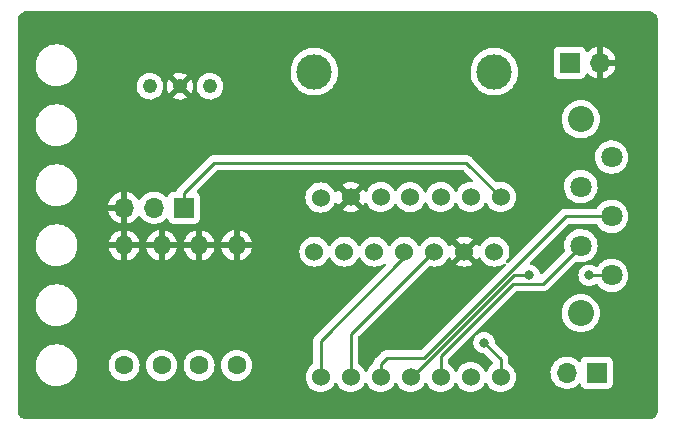
<source format=gbr>
%TF.GenerationSoftware,KiCad,Pcbnew,6.0.11-2627ca5db0~126~ubuntu22.04.1*%
%TF.CreationDate,2024-03-24T13:08:40-07:00*%
%TF.ProjectId,prototype-knob,70726f74-6f74-4797-9065-2d6b6e6f622e,rev?*%
%TF.SameCoordinates,Original*%
%TF.FileFunction,Copper,L2,Bot*%
%TF.FilePolarity,Positive*%
%FSLAX46Y46*%
G04 Gerber Fmt 4.6, Leading zero omitted, Abs format (unit mm)*
G04 Created by KiCad (PCBNEW 6.0.11-2627ca5db0~126~ubuntu22.04.1) date 2024-03-24 13:08:40*
%MOMM*%
%LPD*%
G01*
G04 APERTURE LIST*
%TA.AperFunction,ComponentPad*%
%ADD10C,1.219200*%
%TD*%
%TA.AperFunction,ComponentPad*%
%ADD11C,1.524000*%
%TD*%
%TA.AperFunction,WasherPad*%
%ADD12C,3.000000*%
%TD*%
%TA.AperFunction,ComponentPad*%
%ADD13C,1.803400*%
%TD*%
%TA.AperFunction,ComponentPad*%
%ADD14C,2.209800*%
%TD*%
%TA.AperFunction,ComponentPad*%
%ADD15O,1.600000X1.600000*%
%TD*%
%TA.AperFunction,ComponentPad*%
%ADD16C,1.600000*%
%TD*%
%TA.AperFunction,ComponentPad*%
%ADD17R,1.700000X1.700000*%
%TD*%
%TA.AperFunction,ComponentPad*%
%ADD18O,1.700000X1.700000*%
%TD*%
%TA.AperFunction,ViaPad*%
%ADD19C,0.800000*%
%TD*%
%TA.AperFunction,Conductor*%
%ADD20C,0.250000*%
%TD*%
G04 APERTURE END LIST*
D10*
%TO.P,U4,1,+VIN*%
%TO.N,Net-(J3-Pad1)*%
X-34000000Y16000000D03*
%TO.P,U4,2,GND*%
%TO.N,GND*%
X-36540000Y16000000D03*
%TO.P,U4,3,+VOUT*%
%TO.N,Net-(U3-Pad14)*%
X-39080000Y16000000D03*
%TD*%
D11*
%TO.P,U3,1,GPIO18*%
%TO.N,Net-(U2-Pad4)*%
X-24620000Y-8620000D03*
%TO.P,U3,2,GPIO17*%
%TO.N,Net-(U2-Pad3)*%
X-22080000Y-8620000D03*
%TO.P,U3,3,GPIO9*%
%TO.N,/CHAN_B*%
X-19540000Y-8620000D03*
%TO.P,U3,4,GPIO8*%
%TO.N,/CHAN_A*%
X-17000000Y-8620000D03*
%TO.P,U3,5,GPIO7*%
%TO.N,/BUTTON*%
X-14460000Y-8620000D03*
%TO.P,U3,6,GPIO6*%
%TO.N,/LEADER*%
X-11920000Y-8620000D03*
%TO.P,U3,7,GPIO5*%
%TO.N,/UART_TX*%
X-9380000Y-8620000D03*
%TO.P,U3,8,GPIO16*%
%TO.N,/UART_RX*%
X-9380000Y6620000D03*
%TO.P,U3,9,GPIO36*%
%TO.N,unconnected-(U3-Pad9)*%
X-11920000Y6620000D03*
%TO.P,U3,10,GPIO37*%
%TO.N,unconnected-(U3-Pad10)*%
X-14460000Y6620000D03*
%TO.P,U3,11,GPIO35*%
%TO.N,unconnected-(U3-Pad11)*%
X-17060381Y6608086D03*
%TO.P,U3,12,3.3V*%
%TO.N,+3V3*%
X-19540000Y6620000D03*
%TO.P,U3,13,GND*%
%TO.N,GND*%
X-22080000Y6620000D03*
%TO.P,U3,14,5V*%
%TO.N,Net-(U3-Pad14)*%
X-24638277Y6577895D03*
%TD*%
D12*
%TO.P,U2,*%
%TO.N,*%
X-9920000Y17240000D03*
X-25160000Y17240000D03*
D11*
%TO.P,U2,1,VCC*%
%TO.N,+3V3*%
X-9920000Y2000000D03*
%TO.P,U2,2,GND*%
%TO.N,GND*%
X-12460000Y2000000D03*
%TO.P,U2,3,RX*%
%TO.N,Net-(U2-Pad3)*%
X-15000000Y2000000D03*
%TO.P,U2,4,TX*%
%TO.N,Net-(U2-Pad4)*%
X-17540000Y2000000D03*
%TO.P,U2,5,SLNT*%
%TO.N,unconnected-(U2-Pad5)*%
X-20080000Y2000000D03*
%TO.P,U2,6,CANH*%
%TO.N,unconnected-(U2-Pad6)*%
X-22620000Y2000000D03*
%TO.P,U2,7,CANL*%
%TO.N,unconnected-(U2-Pad7)*%
X-25160000Y2000000D03*
%TD*%
D13*
%TO.P,U1,1,CHAN_A*%
%TO.N,/CHAN_A*%
X0Y0D03*
%TO.P,U1,2,CHAN_B*%
%TO.N,/CHAN_B*%
X0Y5000000D03*
%TO.P,U1,3,COM*%
%TO.N,+3V3*%
X0Y10000000D03*
%TO.P,U1,4,BTN_D*%
%TO.N,/BUTTON*%
X-2600000Y2500000D03*
%TO.P,U1,5,BTN_E*%
%TO.N,+3V3*%
X-2600000Y7500000D03*
D14*
%TO.P,U1,6*%
%TO.N,N/C*%
X-2600000Y13200002D03*
%TO.P,U1,7*%
X-2600000Y-3200001D03*
%TD*%
D15*
%TO.P,R4,2*%
%TO.N,GND*%
X-41275000Y2540000D03*
D16*
%TO.P,R4,1*%
%TO.N,/LEADER*%
X-41275000Y-7620000D03*
%TD*%
D15*
%TO.P,R3,2*%
%TO.N,GND*%
X-38100000Y2540000D03*
D16*
%TO.P,R3,1*%
%TO.N,/BUTTON*%
X-38100000Y-7620000D03*
%TD*%
D15*
%TO.P,R2,2*%
%TO.N,GND*%
X-34925000Y2540000D03*
D16*
%TO.P,R2,1*%
%TO.N,/CHAN_A*%
X-34925000Y-7620000D03*
%TD*%
D15*
%TO.P,R1,2*%
%TO.N,GND*%
X-31750000Y2540000D03*
D16*
%TO.P,R1,1*%
%TO.N,/CHAN_B*%
X-31750000Y-7620000D03*
%TD*%
D17*
%TO.P,J3,1,Pin_1*%
%TO.N,Net-(J3-Pad1)*%
X-3540000Y18000000D03*
D18*
%TO.P,J3,2,Pin_2*%
%TO.N,GND*%
X-1000000Y18000000D03*
%TD*%
D17*
%TO.P,J2,1,Pin_1*%
%TO.N,+3V3*%
X-1270000Y-8255000D03*
D18*
%TO.P,J2,2,Pin_2*%
%TO.N,/LEADER*%
X-3810000Y-8255000D03*
%TD*%
D17*
%TO.P,J1,1,Pin_1*%
%TO.N,/UART_RX*%
X-36210000Y5715000D03*
D18*
%TO.P,J1,2,Pin_2*%
%TO.N,/UART_TX*%
X-38750000Y5715000D03*
%TO.P,J1,3,Pin_3*%
%TO.N,GND*%
X-41290000Y5715000D03*
%TD*%
D19*
%TO.N,/UART_TX*%
X-10795000Y-5715000D03*
%TO.N,/CHAN_A*%
X-6985000Y0D03*
X-1905000Y0D03*
X-1905000Y0D03*
%TD*%
D20*
%TO.N,/UART_RX*%
X-36210000Y5715000D02*
X-36210000Y6970000D01*
X-36210000Y6970000D02*
X-33655000Y9525000D01*
X-33655000Y9525000D02*
X-12285000Y9525000D01*
X-12285000Y9525000D02*
X-9380000Y6620000D01*
%TO.N,/UART_TX*%
X-9380000Y-7130000D02*
X-10795000Y-5715000D01*
X-9380000Y-8620000D02*
X-9380000Y-7130000D01*
%TO.N,/CHAN_B*%
X-19540000Y-8620000D02*
X-19540000Y-7475000D01*
X-19540000Y-7475000D02*
X-19050000Y-6985000D01*
X-19050000Y-6985000D02*
X-15875000Y-6985000D01*
X-15875000Y-6985000D02*
X-3890000Y5000000D01*
X-3890000Y5000000D02*
X0Y5000000D01*
%TO.N,/BUTTON*%
X-2600000Y2500000D02*
X-5825000Y-725000D01*
X-5825000Y-725000D02*
X-8342208Y-725000D01*
X-8342208Y-725000D02*
X-14460000Y-6842792D01*
X-14460000Y-6842792D02*
X-14460000Y-8620000D01*
%TO.N,/CHAN_A*%
X-6985000Y0D02*
X-8253604Y0D01*
X-8253604Y0D02*
X-16873604Y-8620000D01*
X-16873604Y-8620000D02*
X-17000000Y-8620000D01*
X0Y0D02*
X-1905000Y0D01*
%TO.N,Net-(U2-Pad4)*%
X-17540000Y2000000D02*
X-17540000Y1510000D01*
X-17540000Y1510000D02*
X-24620000Y-5570000D01*
X-24620000Y-5570000D02*
X-24620000Y-8620000D01*
%TO.N,Net-(U2-Pad3)*%
X-15000000Y2000000D02*
X-15145000Y2000000D01*
X-15145000Y2000000D02*
X-22080000Y-4935000D01*
X-22080000Y-4935000D02*
X-22080000Y-8620000D01*
%TD*%
%TA.AperFunction,Conductor*%
%TO.N,GND*%
G36*
X3145018Y22350000D02*
G01*
X3159852Y22347690D01*
X3159855Y22347690D01*
X3168724Y22346309D01*
X3178659Y22347608D01*
X3179746Y22347750D01*
X3208431Y22348207D01*
X3281741Y22340987D01*
X3311212Y22338084D01*
X3335432Y22333267D01*
X3454546Y22297134D01*
X3477355Y22287685D01*
X3587124Y22229013D01*
X3607655Y22215295D01*
X3703876Y22136329D01*
X3721329Y22118876D01*
X3800295Y22022655D01*
X3814013Y22002124D01*
X3872685Y21892355D01*
X3882134Y21869546D01*
X3918267Y21750432D01*
X3923084Y21726211D01*
X3932541Y21630191D01*
X3932091Y21614132D01*
X3932800Y21614123D01*
X3932690Y21605147D01*
X3931309Y21596276D01*
X3932473Y21587374D01*
X3932473Y21587372D01*
X3935436Y21564717D01*
X3936500Y21548379D01*
X3936500Y-11380633D01*
X3935000Y-11400018D01*
X3934269Y-11404717D01*
X3931309Y-11423724D01*
X3932473Y-11432626D01*
X3932750Y-11434746D01*
X3933207Y-11463431D01*
X3925987Y-11536741D01*
X3923084Y-11566212D01*
X3918267Y-11590432D01*
X3882134Y-11709546D01*
X3872685Y-11732355D01*
X3814013Y-11842124D01*
X3800295Y-11862655D01*
X3721329Y-11958876D01*
X3703876Y-11976329D01*
X3607655Y-12055295D01*
X3587124Y-12069013D01*
X3477355Y-12127685D01*
X3454546Y-12137134D01*
X3335432Y-12173267D01*
X3311211Y-12178084D01*
X3215191Y-12187541D01*
X3199132Y-12187091D01*
X3199123Y-12187800D01*
X3190147Y-12187690D01*
X3181276Y-12186309D01*
X3172374Y-12187473D01*
X3172372Y-12187473D01*
X3159856Y-12189110D01*
X3149714Y-12190436D01*
X3133379Y-12191500D01*
X-49480633Y-12191500D01*
X-49500018Y-12190000D01*
X-49514852Y-12187690D01*
X-49514855Y-12187690D01*
X-49523724Y-12186309D01*
X-49533659Y-12187608D01*
X-49534746Y-12187750D01*
X-49563431Y-12188207D01*
X-49632999Y-12181355D01*
X-49666213Y-12178084D01*
X-49690439Y-12173265D01*
X-49749988Y-12155201D01*
X-49809538Y-12137137D01*
X-49832357Y-12127685D01*
X-49942128Y-12069011D01*
X-49962655Y-12055295D01*
X-50058876Y-11976329D01*
X-50076329Y-11958876D01*
X-50155295Y-11862655D01*
X-50169013Y-11842125D01*
X-50169013Y-11842124D01*
X-50227686Y-11732355D01*
X-50237134Y-11709547D01*
X-50273267Y-11590433D01*
X-50278084Y-11566212D01*
X-50287541Y-11470191D01*
X-50287091Y-11454132D01*
X-50287800Y-11454123D01*
X-50287690Y-11445147D01*
X-50286309Y-11436276D01*
X-50289110Y-11414852D01*
X-50290436Y-11404717D01*
X-50291500Y-11388379D01*
X-50291500Y-7727655D01*
X-48750142Y-7727655D01*
X-48714896Y-7986638D01*
X-48713588Y-7991124D01*
X-48713588Y-7991126D01*
X-48693902Y-8058664D01*
X-48641757Y-8237567D01*
X-48532332Y-8474928D01*
X-48529769Y-8478837D01*
X-48391590Y-8689596D01*
X-48391586Y-8689601D01*
X-48389024Y-8693509D01*
X-48214982Y-8888506D01*
X-48014030Y-9055637D01*
X-48010027Y-9058066D01*
X-47794578Y-9188804D01*
X-47794574Y-9188806D01*
X-47790581Y-9191229D01*
X-47549545Y-9292303D01*
X-47296217Y-9356641D01*
X-47291566Y-9357109D01*
X-47291562Y-9357110D01*
X-47147340Y-9371632D01*
X-47079133Y-9378500D01*
X-46923646Y-9378500D01*
X-46921321Y-9378327D01*
X-46921315Y-9378327D01*
X-46734000Y-9364407D01*
X-46733996Y-9364406D01*
X-46729348Y-9364061D01*
X-46724800Y-9363032D01*
X-46724794Y-9363031D01*
X-46538399Y-9320853D01*
X-46474423Y-9306377D01*
X-46470069Y-9304684D01*
X-46235176Y-9213340D01*
X-46235173Y-9213339D01*
X-46230823Y-9211647D01*
X-46214360Y-9202238D01*
X-46134390Y-9156531D01*
X-46003902Y-9081951D01*
X-45798643Y-8920138D01*
X-45619557Y-8729763D01*
X-45470576Y-8515009D01*
X-45445569Y-8464300D01*
X-45357040Y-8284781D01*
X-45357039Y-8284778D01*
X-45354975Y-8280593D01*
X-45325692Y-8189114D01*
X-45276720Y-8036123D01*
X-45275293Y-8031665D01*
X-45233279Y-7773693D01*
X-45231267Y-7620000D01*
X-42588498Y-7620000D01*
X-42568543Y-7848087D01*
X-42567119Y-7853400D01*
X-42567119Y-7853402D01*
X-42526576Y-8004707D01*
X-42509284Y-8069243D01*
X-42506961Y-8074224D01*
X-42506961Y-8074225D01*
X-42414849Y-8271762D01*
X-42414846Y-8271767D01*
X-42412523Y-8276749D01*
X-42365754Y-8343542D01*
X-42298530Y-8439547D01*
X-42281198Y-8464300D01*
X-42119300Y-8626198D01*
X-42114792Y-8629355D01*
X-42114789Y-8629357D01*
X-42074459Y-8657596D01*
X-41931749Y-8757523D01*
X-41926767Y-8759846D01*
X-41926762Y-8759849D01*
X-41763488Y-8835984D01*
X-41724243Y-8854284D01*
X-41718935Y-8855706D01*
X-41718933Y-8855707D01*
X-41508402Y-8912119D01*
X-41508400Y-8912119D01*
X-41503087Y-8913543D01*
X-41275000Y-8933498D01*
X-41046913Y-8913543D01*
X-41041600Y-8912119D01*
X-41041598Y-8912119D01*
X-40831067Y-8855707D01*
X-40831065Y-8855706D01*
X-40825757Y-8854284D01*
X-40786512Y-8835984D01*
X-40623238Y-8759849D01*
X-40623233Y-8759846D01*
X-40618251Y-8757523D01*
X-40475541Y-8657596D01*
X-40435211Y-8629357D01*
X-40435208Y-8629355D01*
X-40430700Y-8626198D01*
X-40268802Y-8464300D01*
X-40251469Y-8439547D01*
X-40184246Y-8343542D01*
X-40137477Y-8276749D01*
X-40135154Y-8271767D01*
X-40135151Y-8271762D01*
X-40043039Y-8074225D01*
X-40043039Y-8074224D01*
X-40040716Y-8069243D01*
X-40023423Y-8004707D01*
X-39982881Y-7853402D01*
X-39982881Y-7853400D01*
X-39981457Y-7848087D01*
X-39961502Y-7620000D01*
X-39413498Y-7620000D01*
X-39393543Y-7848087D01*
X-39392119Y-7853400D01*
X-39392119Y-7853402D01*
X-39351576Y-8004707D01*
X-39334284Y-8069243D01*
X-39331961Y-8074224D01*
X-39331961Y-8074225D01*
X-39239849Y-8271762D01*
X-39239846Y-8271767D01*
X-39237523Y-8276749D01*
X-39190754Y-8343542D01*
X-39123530Y-8439547D01*
X-39106198Y-8464300D01*
X-38944300Y-8626198D01*
X-38939792Y-8629355D01*
X-38939789Y-8629357D01*
X-38899459Y-8657596D01*
X-38756749Y-8757523D01*
X-38751767Y-8759846D01*
X-38751762Y-8759849D01*
X-38588488Y-8835984D01*
X-38549243Y-8854284D01*
X-38543935Y-8855706D01*
X-38543933Y-8855707D01*
X-38333402Y-8912119D01*
X-38333400Y-8912119D01*
X-38328087Y-8913543D01*
X-38100000Y-8933498D01*
X-37871913Y-8913543D01*
X-37866600Y-8912119D01*
X-37866598Y-8912119D01*
X-37656067Y-8855707D01*
X-37656065Y-8855706D01*
X-37650757Y-8854284D01*
X-37611512Y-8835984D01*
X-37448238Y-8759849D01*
X-37448233Y-8759846D01*
X-37443251Y-8757523D01*
X-37300541Y-8657596D01*
X-37260211Y-8629357D01*
X-37260208Y-8629355D01*
X-37255700Y-8626198D01*
X-37093802Y-8464300D01*
X-37076469Y-8439547D01*
X-37009246Y-8343542D01*
X-36962477Y-8276749D01*
X-36960154Y-8271767D01*
X-36960151Y-8271762D01*
X-36868039Y-8074225D01*
X-36868039Y-8074224D01*
X-36865716Y-8069243D01*
X-36848423Y-8004707D01*
X-36807881Y-7853402D01*
X-36807881Y-7853400D01*
X-36806457Y-7848087D01*
X-36786502Y-7620000D01*
X-36238498Y-7620000D01*
X-36218543Y-7848087D01*
X-36217119Y-7853400D01*
X-36217119Y-7853402D01*
X-36176576Y-8004707D01*
X-36159284Y-8069243D01*
X-36156961Y-8074224D01*
X-36156961Y-8074225D01*
X-36064849Y-8271762D01*
X-36064846Y-8271767D01*
X-36062523Y-8276749D01*
X-36015754Y-8343542D01*
X-35948530Y-8439547D01*
X-35931198Y-8464300D01*
X-35769300Y-8626198D01*
X-35764792Y-8629355D01*
X-35764789Y-8629357D01*
X-35724459Y-8657596D01*
X-35581749Y-8757523D01*
X-35576767Y-8759846D01*
X-35576762Y-8759849D01*
X-35413488Y-8835984D01*
X-35374243Y-8854284D01*
X-35368935Y-8855706D01*
X-35368933Y-8855707D01*
X-35158402Y-8912119D01*
X-35158400Y-8912119D01*
X-35153087Y-8913543D01*
X-34925000Y-8933498D01*
X-34696913Y-8913543D01*
X-34691600Y-8912119D01*
X-34691598Y-8912119D01*
X-34481067Y-8855707D01*
X-34481065Y-8855706D01*
X-34475757Y-8854284D01*
X-34436512Y-8835984D01*
X-34273238Y-8759849D01*
X-34273233Y-8759846D01*
X-34268251Y-8757523D01*
X-34125541Y-8657596D01*
X-34085211Y-8629357D01*
X-34085208Y-8629355D01*
X-34080700Y-8626198D01*
X-33918802Y-8464300D01*
X-33901469Y-8439547D01*
X-33834246Y-8343542D01*
X-33787477Y-8276749D01*
X-33785154Y-8271767D01*
X-33785151Y-8271762D01*
X-33693039Y-8074225D01*
X-33693039Y-8074224D01*
X-33690716Y-8069243D01*
X-33673423Y-8004707D01*
X-33632881Y-7853402D01*
X-33632881Y-7853400D01*
X-33631457Y-7848087D01*
X-33611502Y-7620000D01*
X-33063498Y-7620000D01*
X-33043543Y-7848087D01*
X-33042119Y-7853400D01*
X-33042119Y-7853402D01*
X-33001576Y-8004707D01*
X-32984284Y-8069243D01*
X-32981961Y-8074224D01*
X-32981961Y-8074225D01*
X-32889849Y-8271762D01*
X-32889846Y-8271767D01*
X-32887523Y-8276749D01*
X-32840754Y-8343542D01*
X-32773530Y-8439547D01*
X-32756198Y-8464300D01*
X-32594300Y-8626198D01*
X-32589792Y-8629355D01*
X-32589789Y-8629357D01*
X-32549459Y-8657596D01*
X-32406749Y-8757523D01*
X-32401767Y-8759846D01*
X-32401762Y-8759849D01*
X-32238488Y-8835984D01*
X-32199243Y-8854284D01*
X-32193935Y-8855706D01*
X-32193933Y-8855707D01*
X-31983402Y-8912119D01*
X-31983400Y-8912119D01*
X-31978087Y-8913543D01*
X-31750000Y-8933498D01*
X-31521913Y-8913543D01*
X-31516600Y-8912119D01*
X-31516598Y-8912119D01*
X-31306067Y-8855707D01*
X-31306065Y-8855706D01*
X-31300757Y-8854284D01*
X-31261512Y-8835984D01*
X-31098238Y-8759849D01*
X-31098233Y-8759846D01*
X-31093251Y-8757523D01*
X-30950541Y-8657596D01*
X-30910211Y-8629357D01*
X-30910208Y-8629355D01*
X-30905700Y-8626198D01*
X-30743802Y-8464300D01*
X-30726469Y-8439547D01*
X-30659246Y-8343542D01*
X-30612477Y-8276749D01*
X-30610154Y-8271767D01*
X-30610151Y-8271762D01*
X-30518039Y-8074225D01*
X-30518039Y-8074224D01*
X-30515716Y-8069243D01*
X-30498423Y-8004707D01*
X-30457881Y-7853402D01*
X-30457881Y-7853400D01*
X-30456457Y-7848087D01*
X-30436502Y-7620000D01*
X-30456457Y-7391913D01*
X-30464932Y-7360283D01*
X-30514293Y-7176067D01*
X-30514294Y-7176065D01*
X-30515716Y-7170757D01*
X-30536532Y-7126117D01*
X-30610151Y-6968238D01*
X-30610154Y-6968233D01*
X-30612477Y-6963251D01*
X-30743802Y-6775700D01*
X-30905700Y-6613802D01*
X-30910208Y-6610645D01*
X-30910211Y-6610643D01*
X-30991687Y-6553593D01*
X-31093251Y-6482477D01*
X-31098233Y-6480154D01*
X-31098238Y-6480151D01*
X-31295775Y-6388039D01*
X-31295776Y-6388039D01*
X-31300757Y-6385716D01*
X-31306065Y-6384294D01*
X-31306067Y-6384293D01*
X-31516598Y-6327881D01*
X-31516600Y-6327881D01*
X-31521913Y-6326457D01*
X-31750000Y-6306502D01*
X-31978087Y-6326457D01*
X-31983400Y-6327881D01*
X-31983402Y-6327881D01*
X-32193933Y-6384293D01*
X-32193935Y-6384294D01*
X-32199243Y-6385716D01*
X-32204224Y-6388039D01*
X-32204225Y-6388039D01*
X-32401762Y-6480151D01*
X-32401767Y-6480154D01*
X-32406749Y-6482477D01*
X-32508313Y-6553593D01*
X-32589789Y-6610643D01*
X-32589792Y-6610645D01*
X-32594300Y-6613802D01*
X-32756198Y-6775700D01*
X-32887523Y-6963251D01*
X-32889846Y-6968233D01*
X-32889849Y-6968238D01*
X-32963468Y-7126117D01*
X-32984284Y-7170757D01*
X-32985706Y-7176065D01*
X-32985707Y-7176067D01*
X-33035068Y-7360283D01*
X-33043543Y-7391913D01*
X-33063498Y-7620000D01*
X-33611502Y-7620000D01*
X-33631457Y-7391913D01*
X-33639932Y-7360283D01*
X-33689293Y-7176067D01*
X-33689294Y-7176065D01*
X-33690716Y-7170757D01*
X-33711532Y-7126117D01*
X-33785151Y-6968238D01*
X-33785154Y-6968233D01*
X-33787477Y-6963251D01*
X-33918802Y-6775700D01*
X-34080700Y-6613802D01*
X-34085208Y-6610645D01*
X-34085211Y-6610643D01*
X-34166687Y-6553593D01*
X-34268251Y-6482477D01*
X-34273233Y-6480154D01*
X-34273238Y-6480151D01*
X-34470775Y-6388039D01*
X-34470776Y-6388039D01*
X-34475757Y-6385716D01*
X-34481065Y-6384294D01*
X-34481067Y-6384293D01*
X-34691598Y-6327881D01*
X-34691600Y-6327881D01*
X-34696913Y-6326457D01*
X-34925000Y-6306502D01*
X-35153087Y-6326457D01*
X-35158400Y-6327881D01*
X-35158402Y-6327881D01*
X-35368933Y-6384293D01*
X-35368935Y-6384294D01*
X-35374243Y-6385716D01*
X-35379224Y-6388039D01*
X-35379225Y-6388039D01*
X-35576762Y-6480151D01*
X-35576767Y-6480154D01*
X-35581749Y-6482477D01*
X-35683313Y-6553593D01*
X-35764789Y-6610643D01*
X-35764792Y-6610645D01*
X-35769300Y-6613802D01*
X-35931198Y-6775700D01*
X-36062523Y-6963251D01*
X-36064846Y-6968233D01*
X-36064849Y-6968238D01*
X-36138468Y-7126117D01*
X-36159284Y-7170757D01*
X-36160706Y-7176065D01*
X-36160707Y-7176067D01*
X-36210068Y-7360283D01*
X-36218543Y-7391913D01*
X-36238498Y-7620000D01*
X-36786502Y-7620000D01*
X-36806457Y-7391913D01*
X-36814932Y-7360283D01*
X-36864293Y-7176067D01*
X-36864294Y-7176065D01*
X-36865716Y-7170757D01*
X-36886532Y-7126117D01*
X-36960151Y-6968238D01*
X-36960154Y-6968233D01*
X-36962477Y-6963251D01*
X-37093802Y-6775700D01*
X-37255700Y-6613802D01*
X-37260208Y-6610645D01*
X-37260211Y-6610643D01*
X-37341687Y-6553593D01*
X-37443251Y-6482477D01*
X-37448233Y-6480154D01*
X-37448238Y-6480151D01*
X-37645775Y-6388039D01*
X-37645776Y-6388039D01*
X-37650757Y-6385716D01*
X-37656065Y-6384294D01*
X-37656067Y-6384293D01*
X-37866598Y-6327881D01*
X-37866600Y-6327881D01*
X-37871913Y-6326457D01*
X-38100000Y-6306502D01*
X-38328087Y-6326457D01*
X-38333400Y-6327881D01*
X-38333402Y-6327881D01*
X-38543933Y-6384293D01*
X-38543935Y-6384294D01*
X-38549243Y-6385716D01*
X-38554224Y-6388039D01*
X-38554225Y-6388039D01*
X-38751762Y-6480151D01*
X-38751767Y-6480154D01*
X-38756749Y-6482477D01*
X-38858313Y-6553593D01*
X-38939789Y-6610643D01*
X-38939792Y-6610645D01*
X-38944300Y-6613802D01*
X-39106198Y-6775700D01*
X-39237523Y-6963251D01*
X-39239846Y-6968233D01*
X-39239849Y-6968238D01*
X-39313468Y-7126117D01*
X-39334284Y-7170757D01*
X-39335706Y-7176065D01*
X-39335707Y-7176067D01*
X-39385068Y-7360283D01*
X-39393543Y-7391913D01*
X-39413498Y-7620000D01*
X-39961502Y-7620000D01*
X-39981457Y-7391913D01*
X-39989932Y-7360283D01*
X-40039293Y-7176067D01*
X-40039294Y-7176065D01*
X-40040716Y-7170757D01*
X-40061532Y-7126117D01*
X-40135151Y-6968238D01*
X-40135154Y-6968233D01*
X-40137477Y-6963251D01*
X-40268802Y-6775700D01*
X-40430700Y-6613802D01*
X-40435208Y-6610645D01*
X-40435211Y-6610643D01*
X-40516687Y-6553593D01*
X-40618251Y-6482477D01*
X-40623233Y-6480154D01*
X-40623238Y-6480151D01*
X-40820775Y-6388039D01*
X-40820776Y-6388039D01*
X-40825757Y-6385716D01*
X-40831065Y-6384294D01*
X-40831067Y-6384293D01*
X-41041598Y-6327881D01*
X-41041600Y-6327881D01*
X-41046913Y-6326457D01*
X-41275000Y-6306502D01*
X-41503087Y-6326457D01*
X-41508400Y-6327881D01*
X-41508402Y-6327881D01*
X-41718933Y-6384293D01*
X-41718935Y-6384294D01*
X-41724243Y-6385716D01*
X-41729224Y-6388039D01*
X-41729225Y-6388039D01*
X-41926762Y-6480151D01*
X-41926767Y-6480154D01*
X-41931749Y-6482477D01*
X-42033313Y-6553593D01*
X-42114789Y-6610643D01*
X-42114792Y-6610645D01*
X-42119300Y-6613802D01*
X-42281198Y-6775700D01*
X-42412523Y-6963251D01*
X-42414846Y-6968233D01*
X-42414849Y-6968238D01*
X-42488468Y-7126117D01*
X-42509284Y-7170757D01*
X-42510706Y-7176065D01*
X-42510707Y-7176067D01*
X-42560068Y-7360283D01*
X-42568543Y-7391913D01*
X-42588498Y-7620000D01*
X-45231267Y-7620000D01*
X-45229919Y-7517022D01*
X-45229919Y-7517019D01*
X-45229858Y-7512345D01*
X-45265104Y-7253362D01*
X-45279527Y-7203877D01*
X-45297068Y-7143699D01*
X-45338243Y-7002433D01*
X-45348888Y-6979341D01*
X-45399490Y-6869579D01*
X-45447668Y-6765072D01*
X-45494991Y-6692893D01*
X-45588410Y-6550404D01*
X-45588414Y-6550399D01*
X-45590976Y-6546491D01*
X-45765018Y-6351494D01*
X-45965970Y-6184363D01*
X-46013156Y-6155730D01*
X-46185422Y-6051196D01*
X-46185426Y-6051194D01*
X-46189419Y-6048771D01*
X-46430455Y-5947697D01*
X-46683783Y-5883359D01*
X-46688434Y-5882891D01*
X-46688438Y-5882890D01*
X-46897729Y-5861816D01*
X-46900867Y-5861500D01*
X-47056354Y-5861500D01*
X-47058679Y-5861673D01*
X-47058685Y-5861673D01*
X-47246000Y-5875593D01*
X-47246004Y-5875594D01*
X-47250652Y-5875939D01*
X-47255200Y-5876968D01*
X-47255206Y-5876969D01*
X-47406509Y-5911206D01*
X-47505577Y-5933623D01*
X-47509929Y-5935315D01*
X-47509931Y-5935316D01*
X-47744824Y-6026660D01*
X-47744827Y-6026661D01*
X-47749177Y-6028353D01*
X-47976098Y-6158049D01*
X-48181357Y-6319862D01*
X-48360443Y-6510237D01*
X-48432289Y-6613802D01*
X-48498523Y-6709278D01*
X-48509424Y-6724991D01*
X-48511490Y-6729181D01*
X-48511492Y-6729184D01*
X-48622548Y-6954385D01*
X-48625025Y-6959407D01*
X-48626447Y-6963850D01*
X-48626448Y-6963852D01*
X-48655698Y-7055230D01*
X-48704707Y-7208335D01*
X-48746721Y-7466307D01*
X-48747360Y-7515117D01*
X-48749677Y-7692158D01*
X-48750142Y-7727655D01*
X-50291500Y-7727655D01*
X-50291500Y-2647655D01*
X-48750142Y-2647655D01*
X-48714896Y-2906638D01*
X-48713588Y-2911124D01*
X-48713588Y-2911126D01*
X-48693902Y-2978664D01*
X-48641757Y-3157567D01*
X-48532332Y-3394928D01*
X-48529769Y-3398837D01*
X-48391590Y-3609596D01*
X-48391586Y-3609601D01*
X-48389024Y-3613509D01*
X-48214982Y-3808506D01*
X-48014030Y-3975637D01*
X-48010027Y-3978066D01*
X-47794578Y-4108804D01*
X-47794574Y-4108806D01*
X-47790581Y-4111229D01*
X-47549545Y-4212303D01*
X-47296217Y-4276641D01*
X-47291566Y-4277109D01*
X-47291562Y-4277110D01*
X-47098692Y-4296531D01*
X-47079133Y-4298500D01*
X-46923646Y-4298500D01*
X-46921321Y-4298327D01*
X-46921315Y-4298327D01*
X-46734000Y-4284407D01*
X-46733996Y-4284406D01*
X-46729348Y-4284061D01*
X-46724800Y-4283032D01*
X-46724794Y-4283031D01*
X-46538399Y-4240853D01*
X-46474423Y-4226377D01*
X-46438231Y-4212303D01*
X-46235176Y-4133340D01*
X-46235173Y-4133339D01*
X-46230823Y-4131647D01*
X-46003902Y-4001951D01*
X-45798643Y-3840138D01*
X-45619557Y-3649763D01*
X-45470576Y-3435009D01*
X-45354975Y-3200593D01*
X-45275293Y-2951665D01*
X-45233279Y-2693693D01*
X-45229858Y-2432345D01*
X-45265104Y-2173362D01*
X-45279527Y-2123877D01*
X-45336932Y-1926932D01*
X-45338243Y-1922433D01*
X-45352873Y-1890697D01*
X-45445711Y-1689318D01*
X-45447668Y-1685072D01*
X-45515499Y-1581612D01*
X-45588410Y-1470404D01*
X-45588414Y-1470399D01*
X-45590976Y-1466491D01*
X-45765018Y-1271494D01*
X-45965970Y-1104363D01*
X-46119824Y-1011002D01*
X-46185422Y-971196D01*
X-46185426Y-971194D01*
X-46189419Y-968771D01*
X-46430455Y-867697D01*
X-46683783Y-803359D01*
X-46688434Y-802891D01*
X-46688438Y-802890D01*
X-46897729Y-781816D01*
X-46900867Y-781500D01*
X-47056354Y-781500D01*
X-47058679Y-781673D01*
X-47058685Y-781673D01*
X-47246000Y-795593D01*
X-47246004Y-795594D01*
X-47250652Y-795939D01*
X-47255200Y-796968D01*
X-47255206Y-796969D01*
X-47426489Y-835727D01*
X-47505577Y-853623D01*
X-47509929Y-855315D01*
X-47509931Y-855316D01*
X-47744824Y-946660D01*
X-47744827Y-946661D01*
X-47749177Y-948353D01*
X-47976098Y-1078049D01*
X-48181357Y-1239862D01*
X-48360443Y-1430237D01*
X-48509424Y-1644991D01*
X-48511490Y-1649181D01*
X-48511492Y-1649184D01*
X-48564222Y-1756111D01*
X-48625025Y-1879407D01*
X-48626447Y-1883850D01*
X-48626448Y-1883852D01*
X-48637436Y-1918179D01*
X-48704707Y-2128335D01*
X-48746721Y-2386307D01*
X-48750142Y-2647655D01*
X-50291500Y-2647655D01*
X-50291500Y2432345D01*
X-48750142Y2432345D01*
X-48714896Y2173362D01*
X-48713588Y2168876D01*
X-48713588Y2168874D01*
X-48699074Y2119078D01*
X-48641757Y1922433D01*
X-48532332Y1685072D01*
X-48529769Y1681163D01*
X-48391590Y1470404D01*
X-48391586Y1470399D01*
X-48389024Y1466491D01*
X-48214982Y1271494D01*
X-48014030Y1104363D01*
X-48010027Y1101934D01*
X-47794578Y971196D01*
X-47794574Y971194D01*
X-47790581Y968771D01*
X-47549545Y867697D01*
X-47296217Y803359D01*
X-47291566Y802891D01*
X-47291562Y802890D01*
X-47136108Y787237D01*
X-47079133Y781500D01*
X-46923646Y781500D01*
X-46921321Y781673D01*
X-46921315Y781673D01*
X-46734000Y795593D01*
X-46733996Y795594D01*
X-46729348Y795939D01*
X-46724800Y796968D01*
X-46724794Y796969D01*
X-46538399Y839147D01*
X-46474423Y853623D01*
X-46435698Y868682D01*
X-46235176Y946660D01*
X-46235173Y946661D01*
X-46230823Y948353D01*
X-46222697Y952997D01*
X-46073811Y1038093D01*
X-46003902Y1078049D01*
X-45798643Y1239862D01*
X-45619557Y1430237D01*
X-45470576Y1644991D01*
X-45410405Y1767005D01*
X-45357040Y1875219D01*
X-45357039Y1875222D01*
X-45354975Y1879407D01*
X-45314620Y2005475D01*
X-45276720Y2123877D01*
X-45275293Y2128335D01*
X-45251655Y2273478D01*
X-42557727Y2273478D01*
X-42510236Y2096239D01*
X-42506490Y2085947D01*
X-42414414Y1888489D01*
X-42408931Y1878993D01*
X-42283972Y1700533D01*
X-42276916Y1692125D01*
X-42122875Y1538084D01*
X-42114467Y1531028D01*
X-41936007Y1406069D01*
X-41926511Y1400586D01*
X-41729053Y1308510D01*
X-41718761Y1304764D01*
X-41546497Y1258606D01*
X-41532401Y1258942D01*
X-41529000Y1266884D01*
X-41529000Y1272033D01*
X-41021000Y1272033D01*
X-41017027Y1258502D01*
X-41008478Y1257273D01*
X-40831239Y1304764D01*
X-40820947Y1308510D01*
X-40623489Y1400586D01*
X-40613993Y1406069D01*
X-40435533Y1531028D01*
X-40427125Y1538084D01*
X-40273084Y1692125D01*
X-40266028Y1700533D01*
X-40141069Y1878993D01*
X-40135586Y1888489D01*
X-40043510Y2085947D01*
X-40039764Y2096239D01*
X-39993606Y2268503D01*
X-39993725Y2273478D01*
X-39382727Y2273478D01*
X-39335236Y2096239D01*
X-39331490Y2085947D01*
X-39239414Y1888489D01*
X-39233931Y1878993D01*
X-39108972Y1700533D01*
X-39101916Y1692125D01*
X-38947875Y1538084D01*
X-38939467Y1531028D01*
X-38761007Y1406069D01*
X-38751511Y1400586D01*
X-38554053Y1308510D01*
X-38543761Y1304764D01*
X-38371497Y1258606D01*
X-38357401Y1258942D01*
X-38354000Y1266884D01*
X-38354000Y1272033D01*
X-37846000Y1272033D01*
X-37842027Y1258502D01*
X-37833478Y1257273D01*
X-37656239Y1304764D01*
X-37645947Y1308510D01*
X-37448489Y1400586D01*
X-37438993Y1406069D01*
X-37260533Y1531028D01*
X-37252125Y1538084D01*
X-37098084Y1692125D01*
X-37091028Y1700533D01*
X-36966069Y1878993D01*
X-36960586Y1888489D01*
X-36868510Y2085947D01*
X-36864764Y2096239D01*
X-36818606Y2268503D01*
X-36818725Y2273478D01*
X-36207727Y2273478D01*
X-36160236Y2096239D01*
X-36156490Y2085947D01*
X-36064414Y1888489D01*
X-36058931Y1878993D01*
X-35933972Y1700533D01*
X-35926916Y1692125D01*
X-35772875Y1538084D01*
X-35764467Y1531028D01*
X-35586007Y1406069D01*
X-35576511Y1400586D01*
X-35379053Y1308510D01*
X-35368761Y1304764D01*
X-35196497Y1258606D01*
X-35182401Y1258942D01*
X-35179000Y1266884D01*
X-35179000Y1272033D01*
X-34671000Y1272033D01*
X-34667027Y1258502D01*
X-34658478Y1257273D01*
X-34481239Y1304764D01*
X-34470947Y1308510D01*
X-34273489Y1400586D01*
X-34263993Y1406069D01*
X-34085533Y1531028D01*
X-34077125Y1538084D01*
X-33923084Y1692125D01*
X-33916028Y1700533D01*
X-33791069Y1878993D01*
X-33785586Y1888489D01*
X-33693510Y2085947D01*
X-33689764Y2096239D01*
X-33643606Y2268503D01*
X-33643725Y2273478D01*
X-33032727Y2273478D01*
X-32985236Y2096239D01*
X-32981490Y2085947D01*
X-32889414Y1888489D01*
X-32883931Y1878993D01*
X-32758972Y1700533D01*
X-32751916Y1692125D01*
X-32597875Y1538084D01*
X-32589467Y1531028D01*
X-32411007Y1406069D01*
X-32401511Y1400586D01*
X-32204053Y1308510D01*
X-32193761Y1304764D01*
X-32021497Y1258606D01*
X-32007401Y1258942D01*
X-32004000Y1266884D01*
X-32004000Y1272033D01*
X-31496000Y1272033D01*
X-31492027Y1258502D01*
X-31483478Y1257273D01*
X-31306239Y1304764D01*
X-31295947Y1308510D01*
X-31098489Y1400586D01*
X-31088993Y1406069D01*
X-30910533Y1531028D01*
X-30902125Y1538084D01*
X-30748084Y1692125D01*
X-30741028Y1700533D01*
X-30616069Y1878993D01*
X-30610586Y1888489D01*
X-30558588Y2000000D01*
X-26435353Y2000000D01*
X-26415978Y1778537D01*
X-26381318Y1649184D01*
X-26362576Y1579241D01*
X-26358440Y1563804D01*
X-26356118Y1558823D01*
X-26356117Y1558822D01*
X-26266814Y1367311D01*
X-26266811Y1367306D01*
X-26264488Y1362324D01*
X-26261332Y1357817D01*
X-26261331Y1357815D01*
X-26140181Y1184795D01*
X-26136977Y1180219D01*
X-25979781Y1023023D01*
X-25975273Y1019866D01*
X-25975270Y1019864D01*
X-25933005Y990270D01*
X-25797677Y895512D01*
X-25792695Y893189D01*
X-25792690Y893186D01*
X-25602190Y804355D01*
X-25596196Y801560D01*
X-25590888Y800138D01*
X-25590886Y800137D01*
X-25525051Y782497D01*
X-25381463Y744022D01*
X-25160000Y724647D01*
X-24938537Y744022D01*
X-24794949Y782497D01*
X-24729114Y800137D01*
X-24729112Y800138D01*
X-24723804Y801560D01*
X-24717810Y804355D01*
X-24527310Y893186D01*
X-24527305Y893189D01*
X-24522323Y895512D01*
X-24386995Y990270D01*
X-24344730Y1019864D01*
X-24344727Y1019866D01*
X-24340219Y1023023D01*
X-24183023Y1180219D01*
X-24179818Y1184795D01*
X-24058669Y1357815D01*
X-24058668Y1357817D01*
X-24055512Y1362324D01*
X-24053189Y1367306D01*
X-24053186Y1367311D01*
X-24004195Y1472373D01*
X-23957277Y1525658D01*
X-23889000Y1545119D01*
X-23821040Y1524577D01*
X-23775805Y1472373D01*
X-23726814Y1367311D01*
X-23726811Y1367306D01*
X-23724488Y1362324D01*
X-23721332Y1357817D01*
X-23721331Y1357815D01*
X-23600181Y1184795D01*
X-23596977Y1180219D01*
X-23439781Y1023023D01*
X-23435273Y1019866D01*
X-23435270Y1019864D01*
X-23393005Y990270D01*
X-23257677Y895512D01*
X-23252695Y893189D01*
X-23252690Y893186D01*
X-23062190Y804355D01*
X-23056196Y801560D01*
X-23050888Y800138D01*
X-23050886Y800137D01*
X-22985051Y782497D01*
X-22841463Y744022D01*
X-22620000Y724647D01*
X-22398537Y744022D01*
X-22254949Y782497D01*
X-22189114Y800137D01*
X-22189112Y800138D01*
X-22183804Y801560D01*
X-22177810Y804355D01*
X-21987310Y893186D01*
X-21987305Y893189D01*
X-21982323Y895512D01*
X-21846995Y990270D01*
X-21804730Y1019864D01*
X-21804727Y1019866D01*
X-21800219Y1023023D01*
X-21643023Y1180219D01*
X-21639818Y1184795D01*
X-21518669Y1357815D01*
X-21518668Y1357817D01*
X-21515512Y1362324D01*
X-21513189Y1367306D01*
X-21513186Y1367311D01*
X-21464195Y1472373D01*
X-21417277Y1525658D01*
X-21349000Y1545119D01*
X-21281040Y1524577D01*
X-21235805Y1472373D01*
X-21186814Y1367311D01*
X-21186811Y1367306D01*
X-21184488Y1362324D01*
X-21181332Y1357817D01*
X-21181331Y1357815D01*
X-21060181Y1184795D01*
X-21056977Y1180219D01*
X-20899781Y1023023D01*
X-20895273Y1019866D01*
X-20895270Y1019864D01*
X-20853005Y990270D01*
X-20717677Y895512D01*
X-20712695Y893189D01*
X-20712690Y893186D01*
X-20522190Y804355D01*
X-20516196Y801560D01*
X-20510888Y800138D01*
X-20510886Y800137D01*
X-20445051Y782497D01*
X-20301463Y744022D01*
X-20080000Y724647D01*
X-19858537Y744022D01*
X-19714949Y782497D01*
X-19649114Y800137D01*
X-19649112Y800138D01*
X-19643804Y801560D01*
X-19637810Y804355D01*
X-19447310Y893186D01*
X-19447305Y893189D01*
X-19442323Y895512D01*
X-19425743Y907121D01*
X-19314711Y984867D01*
X-19247437Y1007555D01*
X-19178576Y990270D01*
X-19129992Y938500D01*
X-19117109Y868682D01*
X-19144018Y802983D01*
X-19153344Y792560D01*
X-22114779Y-2168874D01*
X-25012253Y-5066348D01*
X-25020539Y-5073888D01*
X-25027018Y-5078000D01*
X-25032443Y-5083777D01*
X-25073643Y-5127651D01*
X-25076398Y-5130493D01*
X-25096135Y-5150230D01*
X-25098615Y-5153427D01*
X-25106318Y-5162447D01*
X-25136586Y-5194679D01*
X-25140405Y-5201625D01*
X-25140407Y-5201628D01*
X-25146348Y-5212434D01*
X-25157199Y-5228953D01*
X-25169614Y-5244959D01*
X-25172759Y-5252228D01*
X-25172762Y-5252232D01*
X-25187174Y-5285537D01*
X-25192391Y-5296187D01*
X-25213695Y-5334940D01*
X-25215666Y-5342615D01*
X-25215666Y-5342616D01*
X-25218733Y-5354562D01*
X-25225137Y-5373266D01*
X-25233181Y-5391855D01*
X-25234420Y-5399678D01*
X-25234423Y-5399688D01*
X-25240099Y-5435524D01*
X-25242505Y-5447144D01*
X-25253500Y-5489970D01*
X-25253500Y-5510224D01*
X-25255051Y-5529934D01*
X-25258220Y-5549943D01*
X-25257474Y-5557835D01*
X-25254059Y-5593961D01*
X-25253500Y-5605819D01*
X-25253500Y-7446996D01*
X-25273502Y-7515117D01*
X-25307229Y-7550209D01*
X-25435270Y-7639864D01*
X-25435273Y-7639866D01*
X-25439781Y-7643023D01*
X-25596977Y-7800219D01*
X-25600134Y-7804727D01*
X-25600136Y-7804730D01*
X-25634216Y-7853402D01*
X-25724488Y-7982324D01*
X-25726811Y-7987306D01*
X-25726814Y-7987311D01*
X-25775805Y-8092373D01*
X-25818440Y-8183804D01*
X-25875978Y-8398537D01*
X-25895353Y-8620000D01*
X-25875978Y-8841463D01*
X-25818440Y-9056196D01*
X-25816118Y-9061177D01*
X-25816117Y-9061178D01*
X-25726814Y-9252689D01*
X-25726811Y-9252694D01*
X-25724488Y-9257676D01*
X-25721332Y-9262183D01*
X-25721331Y-9262185D01*
X-25606699Y-9425896D01*
X-25596977Y-9439781D01*
X-25439781Y-9596977D01*
X-25435273Y-9600134D01*
X-25435270Y-9600136D01*
X-25416711Y-9613131D01*
X-25257677Y-9724488D01*
X-25252695Y-9726811D01*
X-25252690Y-9726814D01*
X-25061178Y-9816117D01*
X-25056196Y-9818440D01*
X-25050888Y-9819862D01*
X-25050886Y-9819863D01*
X-24985051Y-9837503D01*
X-24841463Y-9875978D01*
X-24620000Y-9895353D01*
X-24398537Y-9875978D01*
X-24254949Y-9837503D01*
X-24189114Y-9819863D01*
X-24189112Y-9819862D01*
X-24183804Y-9818440D01*
X-24178822Y-9816117D01*
X-23987310Y-9726814D01*
X-23987305Y-9726811D01*
X-23982323Y-9724488D01*
X-23823289Y-9613131D01*
X-23804730Y-9600136D01*
X-23804727Y-9600134D01*
X-23800219Y-9596977D01*
X-23643023Y-9439781D01*
X-23633300Y-9425896D01*
X-23518669Y-9262185D01*
X-23518668Y-9262183D01*
X-23515512Y-9257676D01*
X-23513189Y-9252694D01*
X-23513186Y-9252689D01*
X-23464195Y-9147627D01*
X-23417277Y-9094342D01*
X-23349000Y-9074881D01*
X-23281040Y-9095423D01*
X-23235805Y-9147627D01*
X-23186814Y-9252689D01*
X-23186811Y-9252694D01*
X-23184488Y-9257676D01*
X-23181332Y-9262183D01*
X-23181331Y-9262185D01*
X-23066699Y-9425896D01*
X-23056977Y-9439781D01*
X-22899781Y-9596977D01*
X-22895273Y-9600134D01*
X-22895270Y-9600136D01*
X-22876711Y-9613131D01*
X-22717677Y-9724488D01*
X-22712695Y-9726811D01*
X-22712690Y-9726814D01*
X-22521178Y-9816117D01*
X-22516196Y-9818440D01*
X-22510888Y-9819862D01*
X-22510886Y-9819863D01*
X-22445051Y-9837503D01*
X-22301463Y-9875978D01*
X-22080000Y-9895353D01*
X-21858537Y-9875978D01*
X-21714949Y-9837503D01*
X-21649114Y-9819863D01*
X-21649112Y-9819862D01*
X-21643804Y-9818440D01*
X-21638822Y-9816117D01*
X-21447310Y-9726814D01*
X-21447305Y-9726811D01*
X-21442323Y-9724488D01*
X-21283289Y-9613131D01*
X-21264730Y-9600136D01*
X-21264727Y-9600134D01*
X-21260219Y-9596977D01*
X-21103023Y-9439781D01*
X-21093300Y-9425896D01*
X-20978669Y-9262185D01*
X-20978668Y-9262183D01*
X-20975512Y-9257676D01*
X-20973189Y-9252694D01*
X-20973186Y-9252689D01*
X-20924195Y-9147627D01*
X-20877277Y-9094342D01*
X-20809000Y-9074881D01*
X-20741040Y-9095423D01*
X-20695805Y-9147627D01*
X-20646814Y-9252689D01*
X-20646811Y-9252694D01*
X-20644488Y-9257676D01*
X-20641332Y-9262183D01*
X-20641331Y-9262185D01*
X-20526699Y-9425896D01*
X-20516977Y-9439781D01*
X-20359781Y-9596977D01*
X-20355273Y-9600134D01*
X-20355270Y-9600136D01*
X-20336711Y-9613131D01*
X-20177677Y-9724488D01*
X-20172695Y-9726811D01*
X-20172690Y-9726814D01*
X-19981178Y-9816117D01*
X-19976196Y-9818440D01*
X-19970888Y-9819862D01*
X-19970886Y-9819863D01*
X-19905051Y-9837503D01*
X-19761463Y-9875978D01*
X-19540000Y-9895353D01*
X-19318537Y-9875978D01*
X-19174949Y-9837503D01*
X-19109114Y-9819863D01*
X-19109112Y-9819862D01*
X-19103804Y-9818440D01*
X-19098822Y-9816117D01*
X-18907310Y-9726814D01*
X-18907305Y-9726811D01*
X-18902323Y-9724488D01*
X-18743289Y-9613131D01*
X-18724730Y-9600136D01*
X-18724727Y-9600134D01*
X-18720219Y-9596977D01*
X-18563023Y-9439781D01*
X-18553300Y-9425896D01*
X-18438669Y-9262185D01*
X-18438668Y-9262183D01*
X-18435512Y-9257676D01*
X-18433189Y-9252694D01*
X-18433186Y-9252689D01*
X-18384195Y-9147627D01*
X-18337277Y-9094342D01*
X-18269000Y-9074881D01*
X-18201040Y-9095423D01*
X-18155805Y-9147627D01*
X-18106814Y-9252689D01*
X-18106811Y-9252694D01*
X-18104488Y-9257676D01*
X-18101332Y-9262183D01*
X-18101331Y-9262185D01*
X-17986699Y-9425896D01*
X-17976977Y-9439781D01*
X-17819781Y-9596977D01*
X-17815273Y-9600134D01*
X-17815270Y-9600136D01*
X-17796711Y-9613131D01*
X-17637677Y-9724488D01*
X-17632695Y-9726811D01*
X-17632690Y-9726814D01*
X-17441178Y-9816117D01*
X-17436196Y-9818440D01*
X-17430888Y-9819862D01*
X-17430886Y-9819863D01*
X-17365051Y-9837503D01*
X-17221463Y-9875978D01*
X-17000000Y-9895353D01*
X-16778537Y-9875978D01*
X-16634949Y-9837503D01*
X-16569114Y-9819863D01*
X-16569112Y-9819862D01*
X-16563804Y-9818440D01*
X-16558822Y-9816117D01*
X-16367310Y-9726814D01*
X-16367305Y-9726811D01*
X-16362323Y-9724488D01*
X-16203289Y-9613131D01*
X-16184730Y-9600136D01*
X-16184727Y-9600134D01*
X-16180219Y-9596977D01*
X-16023023Y-9439781D01*
X-16013300Y-9425896D01*
X-15898669Y-9262185D01*
X-15898668Y-9262183D01*
X-15895512Y-9257676D01*
X-15893189Y-9252694D01*
X-15893186Y-9252689D01*
X-15844195Y-9147627D01*
X-15797277Y-9094342D01*
X-15729000Y-9074881D01*
X-15661040Y-9095423D01*
X-15615805Y-9147627D01*
X-15566814Y-9252689D01*
X-15566811Y-9252694D01*
X-15564488Y-9257676D01*
X-15561332Y-9262183D01*
X-15561331Y-9262185D01*
X-15446699Y-9425896D01*
X-15436977Y-9439781D01*
X-15279781Y-9596977D01*
X-15275273Y-9600134D01*
X-15275270Y-9600136D01*
X-15256711Y-9613131D01*
X-15097677Y-9724488D01*
X-15092695Y-9726811D01*
X-15092690Y-9726814D01*
X-14901178Y-9816117D01*
X-14896196Y-9818440D01*
X-14890888Y-9819862D01*
X-14890886Y-9819863D01*
X-14825051Y-9837503D01*
X-14681463Y-9875978D01*
X-14460000Y-9895353D01*
X-14238537Y-9875978D01*
X-14094949Y-9837503D01*
X-14029114Y-9819863D01*
X-14029112Y-9819862D01*
X-14023804Y-9818440D01*
X-14018822Y-9816117D01*
X-13827310Y-9726814D01*
X-13827305Y-9726811D01*
X-13822323Y-9724488D01*
X-13663289Y-9613131D01*
X-13644730Y-9600136D01*
X-13644727Y-9600134D01*
X-13640219Y-9596977D01*
X-13483023Y-9439781D01*
X-13473300Y-9425896D01*
X-13358669Y-9262185D01*
X-13358668Y-9262183D01*
X-13355512Y-9257676D01*
X-13353189Y-9252694D01*
X-13353186Y-9252689D01*
X-13304195Y-9147627D01*
X-13257277Y-9094342D01*
X-13189000Y-9074881D01*
X-13121040Y-9095423D01*
X-13075805Y-9147627D01*
X-13026814Y-9252689D01*
X-13026811Y-9252694D01*
X-13024488Y-9257676D01*
X-13021332Y-9262183D01*
X-13021331Y-9262185D01*
X-12906699Y-9425896D01*
X-12896977Y-9439781D01*
X-12739781Y-9596977D01*
X-12735273Y-9600134D01*
X-12735270Y-9600136D01*
X-12716711Y-9613131D01*
X-12557677Y-9724488D01*
X-12552695Y-9726811D01*
X-12552690Y-9726814D01*
X-12361178Y-9816117D01*
X-12356196Y-9818440D01*
X-12350888Y-9819862D01*
X-12350886Y-9819863D01*
X-12285051Y-9837503D01*
X-12141463Y-9875978D01*
X-11920000Y-9895353D01*
X-11698537Y-9875978D01*
X-11554949Y-9837503D01*
X-11489114Y-9819863D01*
X-11489112Y-9819862D01*
X-11483804Y-9818440D01*
X-11478822Y-9816117D01*
X-11287310Y-9726814D01*
X-11287305Y-9726811D01*
X-11282323Y-9724488D01*
X-11123289Y-9613131D01*
X-11104730Y-9600136D01*
X-11104727Y-9600134D01*
X-11100219Y-9596977D01*
X-10943023Y-9439781D01*
X-10933300Y-9425896D01*
X-10818669Y-9262185D01*
X-10818668Y-9262183D01*
X-10815512Y-9257676D01*
X-10813189Y-9252694D01*
X-10813186Y-9252689D01*
X-10764195Y-9147627D01*
X-10717277Y-9094342D01*
X-10649000Y-9074881D01*
X-10581040Y-9095423D01*
X-10535805Y-9147627D01*
X-10486814Y-9252689D01*
X-10486811Y-9252694D01*
X-10484488Y-9257676D01*
X-10481332Y-9262183D01*
X-10481331Y-9262185D01*
X-10366699Y-9425896D01*
X-10356977Y-9439781D01*
X-10199781Y-9596977D01*
X-10195273Y-9600134D01*
X-10195270Y-9600136D01*
X-10176711Y-9613131D01*
X-10017677Y-9724488D01*
X-10012695Y-9726811D01*
X-10012690Y-9726814D01*
X-9821178Y-9816117D01*
X-9816196Y-9818440D01*
X-9810888Y-9819862D01*
X-9810886Y-9819863D01*
X-9745051Y-9837503D01*
X-9601463Y-9875978D01*
X-9380000Y-9895353D01*
X-9158537Y-9875978D01*
X-9014949Y-9837503D01*
X-8949114Y-9819863D01*
X-8949112Y-9819862D01*
X-8943804Y-9818440D01*
X-8938822Y-9816117D01*
X-8747310Y-9726814D01*
X-8747305Y-9726811D01*
X-8742323Y-9724488D01*
X-8583289Y-9613131D01*
X-8564730Y-9600136D01*
X-8564727Y-9600134D01*
X-8560219Y-9596977D01*
X-8403023Y-9439781D01*
X-8393300Y-9425896D01*
X-8278669Y-9262185D01*
X-8278668Y-9262183D01*
X-8275512Y-9257676D01*
X-8273189Y-9252694D01*
X-8273186Y-9252689D01*
X-8183883Y-9061178D01*
X-8183882Y-9061177D01*
X-8181560Y-9056196D01*
X-8124022Y-8841463D01*
X-8104647Y-8620000D01*
X-8124022Y-8398537D01*
X-8171407Y-8221695D01*
X-5172749Y-8221695D01*
X-5172452Y-8226848D01*
X-5172452Y-8226851D01*
X-5163108Y-8388903D01*
X-5159890Y-8444715D01*
X-5158753Y-8449761D01*
X-5158752Y-8449767D01*
X-5134696Y-8556508D01*
X-5110778Y-8662639D01*
X-5098243Y-8693509D01*
X-5040390Y-8835984D01*
X-5026734Y-8869616D01*
X-4910013Y-9060088D01*
X-4763750Y-9228938D01*
X-4591874Y-9371632D01*
X-4399000Y-9484338D01*
X-4190308Y-9564030D01*
X-4185240Y-9565061D01*
X-4185237Y-9565062D01*
X-4077983Y-9586883D01*
X-3971403Y-9608567D01*
X-3966228Y-9608757D01*
X-3966226Y-9608757D01*
X-3753327Y-9616564D01*
X-3753323Y-9616564D01*
X-3748163Y-9616753D01*
X-3743043Y-9616097D01*
X-3743041Y-9616097D01*
X-3531712Y-9589025D01*
X-3531711Y-9589025D01*
X-3526584Y-9588368D01*
X-3521634Y-9586883D01*
X-3317571Y-9525661D01*
X-3317566Y-9525659D01*
X-3312616Y-9524174D01*
X-3112006Y-9425896D01*
X-2930140Y-9296173D01*
X-2821909Y-9188319D01*
X-2759538Y-9154404D01*
X-2688732Y-9159592D01*
X-2631970Y-9202238D01*
X-2614988Y-9233341D01*
X-2605865Y-9257676D01*
X-2570615Y-9351705D01*
X-2483261Y-9468261D01*
X-2366705Y-9555615D01*
X-2230316Y-9606745D01*
X-2168134Y-9613500D01*
X-371866Y-9613500D01*
X-309684Y-9606745D01*
X-173295Y-9555615D01*
X-56739Y-9468261D01*
X30615Y-9351705D01*
X81745Y-9215316D01*
X88500Y-9153134D01*
X88500Y-7356866D01*
X81745Y-7294684D01*
X30615Y-7158295D01*
X-56739Y-7041739D01*
X-173295Y-6954385D01*
X-309684Y-6903255D01*
X-371866Y-6896500D01*
X-2168134Y-6896500D01*
X-2230316Y-6903255D01*
X-2366705Y-6954385D01*
X-2483261Y-7041739D01*
X-2570615Y-7158295D01*
X-2573767Y-7166703D01*
X-2615081Y-7276907D01*
X-2657723Y-7333671D01*
X-2724284Y-7358371D01*
X-2793633Y-7343163D01*
X-2826257Y-7317476D01*
X-2876849Y-7261875D01*
X-2876858Y-7261866D01*
X-2880330Y-7258051D01*
X-2884381Y-7254852D01*
X-2884385Y-7254848D01*
X-3051586Y-7122800D01*
X-3051590Y-7122798D01*
X-3055641Y-7119598D01*
X-3251211Y-7011638D01*
X-3256080Y-7009914D01*
X-3256084Y-7009912D01*
X-3456913Y-6938795D01*
X-3456917Y-6938794D01*
X-3461788Y-6937069D01*
X-3466881Y-6936162D01*
X-3466884Y-6936161D01*
X-3676627Y-6898800D01*
X-3676633Y-6898799D01*
X-3681716Y-6897894D01*
X-3755548Y-6896992D01*
X-3899919Y-6895228D01*
X-3899921Y-6895228D01*
X-3905089Y-6895165D01*
X-4125909Y-6928955D01*
X-4338244Y-6998357D01*
X-4368557Y-7014137D01*
X-4512876Y-7089265D01*
X-4536393Y-7101507D01*
X-4540526Y-7104610D01*
X-4540529Y-7104612D01*
X-4710900Y-7232530D01*
X-4715035Y-7235635D01*
X-4747078Y-7269166D01*
X-4839085Y-7365446D01*
X-4869371Y-7397138D01*
X-4872285Y-7401410D01*
X-4872286Y-7401411D01*
X-4883473Y-7417811D01*
X-4995257Y-7581680D01*
X-4997436Y-7586375D01*
X-5086528Y-7778308D01*
X-5089312Y-7784305D01*
X-5149011Y-7999570D01*
X-5172749Y-8221695D01*
X-8171407Y-8221695D01*
X-8181560Y-8183804D01*
X-8224195Y-8092373D01*
X-8273186Y-7987311D01*
X-8273189Y-7987306D01*
X-8275512Y-7982324D01*
X-8365784Y-7853402D01*
X-8399864Y-7804730D01*
X-8399866Y-7804727D01*
X-8403023Y-7800219D01*
X-8560219Y-7643023D01*
X-8564727Y-7639866D01*
X-8564730Y-7639864D01*
X-8692771Y-7550209D01*
X-8737099Y-7494752D01*
X-8746500Y-7446996D01*
X-8746500Y-7208767D01*
X-8745973Y-7197584D01*
X-8744298Y-7190091D01*
X-8745297Y-7158295D01*
X-8746438Y-7122014D01*
X-8746500Y-7118055D01*
X-8746500Y-7090144D01*
X-8747005Y-7086144D01*
X-8747938Y-7074301D01*
X-8748625Y-7052426D01*
X-8749327Y-7030110D01*
X-8754978Y-7010658D01*
X-8758986Y-6991306D01*
X-8760533Y-6979063D01*
X-8761526Y-6971203D01*
X-8767854Y-6955219D01*
X-8777800Y-6930097D01*
X-8781645Y-6918870D01*
X-8787476Y-6898800D01*
X-8793982Y-6876407D01*
X-8798016Y-6869585D01*
X-8798019Y-6869579D01*
X-8804294Y-6858968D01*
X-8812990Y-6841218D01*
X-8817528Y-6829756D01*
X-8817531Y-6829751D01*
X-8820448Y-6822383D01*
X-8846427Y-6786625D01*
X-8852943Y-6776707D01*
X-8871425Y-6745457D01*
X-8875458Y-6738637D01*
X-8889782Y-6724313D01*
X-8902624Y-6709278D01*
X-8914528Y-6692893D01*
X-8948594Y-6664711D01*
X-8957373Y-6656722D01*
X-9847878Y-5766217D01*
X-9881904Y-5703905D01*
X-9884093Y-5690292D01*
X-9900768Y-5531635D01*
X-9900768Y-5531633D01*
X-9901458Y-5525072D01*
X-9960473Y-5343444D01*
X-9987750Y-5296198D01*
X-10013134Y-5252232D01*
X-10055960Y-5178056D01*
X-10070012Y-5162449D01*
X-10179325Y-5041045D01*
X-10179326Y-5041044D01*
X-10183747Y-5036134D01*
X-10338248Y-4923882D01*
X-10344276Y-4921198D01*
X-10344278Y-4921197D01*
X-10506681Y-4848891D01*
X-10506682Y-4848891D01*
X-10512712Y-4846206D01*
X-10606112Y-4826353D01*
X-10693056Y-4807872D01*
X-10693061Y-4807872D01*
X-10699513Y-4806500D01*
X-10890487Y-4806500D01*
X-10896939Y-4807872D01*
X-10896944Y-4807872D01*
X-10983888Y-4826353D01*
X-11077288Y-4846206D01*
X-11083318Y-4848891D01*
X-11083319Y-4848891D01*
X-11245722Y-4921197D01*
X-11245724Y-4921198D01*
X-11251752Y-4923882D01*
X-11257093Y-4927762D01*
X-11257094Y-4927763D01*
X-11395275Y-5028158D01*
X-11429362Y-5040320D01*
X-11434060Y-5061919D01*
X-11451012Y-5085844D01*
X-11519987Y-5162449D01*
X-11534040Y-5178056D01*
X-11576866Y-5252232D01*
X-11602249Y-5296198D01*
X-11629527Y-5343444D01*
X-11688542Y-5525072D01*
X-11689232Y-5531633D01*
X-11689232Y-5531635D01*
X-11696404Y-5599875D01*
X-11708504Y-5715000D01*
X-11707814Y-5721565D01*
X-11693106Y-5861500D01*
X-11688542Y-5904928D01*
X-11629527Y-6086556D01*
X-11534040Y-6251944D01*
X-11529622Y-6256851D01*
X-11529621Y-6256852D01*
X-11433155Y-6363988D01*
X-11406253Y-6393866D01*
X-11251752Y-6506118D01*
X-11245724Y-6508802D01*
X-11245722Y-6508803D01*
X-11083319Y-6581109D01*
X-11077288Y-6583794D01*
X-10983888Y-6603647D01*
X-10896944Y-6622128D01*
X-10896939Y-6622128D01*
X-10890487Y-6623500D01*
X-10834594Y-6623500D01*
X-10766473Y-6643502D01*
X-10745499Y-6660405D01*
X-10050405Y-7355499D01*
X-10016379Y-7417811D01*
X-10013500Y-7444594D01*
X-10013500Y-7446996D01*
X-10033502Y-7515117D01*
X-10067229Y-7550209D01*
X-10195270Y-7639864D01*
X-10195273Y-7639866D01*
X-10199781Y-7643023D01*
X-10356977Y-7800219D01*
X-10360134Y-7804727D01*
X-10360136Y-7804730D01*
X-10394216Y-7853402D01*
X-10484488Y-7982324D01*
X-10486811Y-7987306D01*
X-10486814Y-7987311D01*
X-10535805Y-8092373D01*
X-10582723Y-8145658D01*
X-10651000Y-8165119D01*
X-10718960Y-8144577D01*
X-10764195Y-8092373D01*
X-10813186Y-7987311D01*
X-10813189Y-7987306D01*
X-10815512Y-7982324D01*
X-10905784Y-7853402D01*
X-10939864Y-7804730D01*
X-10939866Y-7804727D01*
X-10943023Y-7800219D01*
X-11100219Y-7643023D01*
X-11104727Y-7639866D01*
X-11104730Y-7639864D01*
X-11232771Y-7550209D01*
X-11282323Y-7515512D01*
X-11287305Y-7513189D01*
X-11287310Y-7513186D01*
X-11478822Y-7423883D01*
X-11478823Y-7423882D01*
X-11483804Y-7421560D01*
X-11489112Y-7420138D01*
X-11489114Y-7420137D01*
X-11554949Y-7402497D01*
X-11698537Y-7364022D01*
X-11920000Y-7344647D01*
X-12141463Y-7364022D01*
X-12285051Y-7402497D01*
X-12350886Y-7420137D01*
X-12350888Y-7420138D01*
X-12356196Y-7421560D01*
X-12361177Y-7423882D01*
X-12361178Y-7423883D01*
X-12552689Y-7513186D01*
X-12552694Y-7513189D01*
X-12557676Y-7515512D01*
X-12562183Y-7518668D01*
X-12562185Y-7518669D01*
X-12735270Y-7639864D01*
X-12735273Y-7639866D01*
X-12739781Y-7643023D01*
X-12896977Y-7800219D01*
X-12900134Y-7804727D01*
X-12900136Y-7804730D01*
X-12934216Y-7853402D01*
X-13024488Y-7982324D01*
X-13026811Y-7987306D01*
X-13026814Y-7987311D01*
X-13075805Y-8092373D01*
X-13122723Y-8145658D01*
X-13191000Y-8165119D01*
X-13258960Y-8144577D01*
X-13304195Y-8092373D01*
X-13353186Y-7987311D01*
X-13353189Y-7987306D01*
X-13355512Y-7982324D01*
X-13445784Y-7853402D01*
X-13479864Y-7804730D01*
X-13479866Y-7804727D01*
X-13483023Y-7800219D01*
X-13640219Y-7643023D01*
X-13644727Y-7639866D01*
X-13644730Y-7639864D01*
X-13772771Y-7550209D01*
X-13817099Y-7494752D01*
X-13826500Y-7446996D01*
X-13826500Y-7157386D01*
X-13806498Y-7089265D01*
X-13789595Y-7068291D01*
X-11633743Y-4912439D01*
X-11582895Y-4884673D01*
X-11569116Y-4849281D01*
X-11558431Y-4837127D01*
X-9921305Y-3200001D01*
X-4218389Y-3200001D01*
X-4198464Y-3453173D01*
X-4197310Y-3457980D01*
X-4197309Y-3457986D01*
X-4160910Y-3609596D01*
X-4139179Y-3700111D01*
X-4137286Y-3704682D01*
X-4137285Y-3704684D01*
X-4079980Y-3843029D01*
X-4041995Y-3934734D01*
X-3909304Y-4151266D01*
X-3744374Y-4344375D01*
X-3551265Y-4509305D01*
X-3334733Y-4641996D01*
X-3330163Y-4643889D01*
X-3330159Y-4643891D01*
X-3194844Y-4699940D01*
X-3100110Y-4739180D01*
X-3026489Y-4756855D01*
X-2857985Y-4797310D01*
X-2857979Y-4797311D01*
X-2853172Y-4798465D01*
X-2600000Y-4818390D01*
X-2346828Y-4798465D01*
X-2342021Y-4797311D01*
X-2342015Y-4797310D01*
X-2173511Y-4756855D01*
X-2099890Y-4739180D01*
X-2005156Y-4699940D01*
X-1869841Y-4643891D01*
X-1869837Y-4643889D01*
X-1865267Y-4641996D01*
X-1648735Y-4509305D01*
X-1455626Y-4344375D01*
X-1290696Y-4151266D01*
X-1158005Y-3934734D01*
X-1120019Y-3843029D01*
X-1062715Y-3704684D01*
X-1062714Y-3704682D01*
X-1060821Y-3700111D01*
X-1039090Y-3609596D01*
X-1002691Y-3457986D01*
X-1002690Y-3457980D01*
X-1001536Y-3453173D01*
X-981611Y-3200001D01*
X-1001536Y-2946829D01*
X-1002690Y-2942022D01*
X-1002691Y-2942016D01*
X-1059666Y-2704703D01*
X-1060821Y-2699891D01*
X-1158005Y-2465268D01*
X-1290696Y-2248736D01*
X-1455626Y-2055627D01*
X-1648735Y-1890697D01*
X-1865267Y-1758006D01*
X-1869837Y-1756113D01*
X-1869841Y-1756111D01*
X-2095317Y-1662716D01*
X-2095319Y-1662715D01*
X-2099890Y-1660822D01*
X-2186595Y-1640006D01*
X-2342015Y-1602692D01*
X-2342021Y-1602691D01*
X-2346828Y-1601537D01*
X-2600000Y-1581612D01*
X-2853172Y-1601537D01*
X-2857979Y-1602691D01*
X-2857985Y-1602692D01*
X-3013405Y-1640006D01*
X-3100110Y-1660822D01*
X-3104681Y-1662715D01*
X-3104683Y-1662716D01*
X-3330159Y-1756111D01*
X-3330163Y-1756113D01*
X-3334733Y-1758006D01*
X-3551265Y-1890697D01*
X-3744374Y-2055627D01*
X-3909304Y-2248736D01*
X-4041995Y-2465268D01*
X-4139179Y-2699891D01*
X-4140334Y-2704703D01*
X-4197309Y-2942016D01*
X-4197310Y-2942022D01*
X-4198464Y-2946829D01*
X-4218389Y-3200001D01*
X-9921305Y-3200001D01*
X-8116709Y-1395405D01*
X-8054397Y-1361379D01*
X-8027614Y-1358500D01*
X-5903767Y-1358500D01*
X-5892584Y-1359027D01*
X-5885091Y-1360702D01*
X-5877165Y-1360453D01*
X-5877164Y-1360453D01*
X-5817014Y-1358562D01*
X-5813055Y-1358500D01*
X-5785144Y-1358500D01*
X-5781209Y-1358003D01*
X-5781144Y-1357995D01*
X-5769307Y-1357062D01*
X-5737049Y-1356048D01*
X-5733030Y-1355922D01*
X-5725111Y-1355673D01*
X-5705657Y-1350021D01*
X-5686300Y-1346013D01*
X-5674070Y-1344468D01*
X-5674069Y-1344468D01*
X-5666203Y-1343474D01*
X-5658832Y-1340555D01*
X-5658830Y-1340555D01*
X-5625088Y-1327196D01*
X-5613858Y-1323351D01*
X-5579017Y-1313229D01*
X-5579016Y-1313229D01*
X-5571407Y-1311018D01*
X-5564588Y-1306985D01*
X-5564583Y-1306983D01*
X-5553972Y-1300707D01*
X-5536224Y-1292012D01*
X-5517383Y-1284552D01*
X-5508316Y-1277965D01*
X-5481613Y-1258564D01*
X-5471693Y-1252048D01*
X-5440465Y-1233580D01*
X-5440462Y-1233578D01*
X-5433638Y-1229542D01*
X-5419317Y-1215221D01*
X-5404283Y-1202380D01*
X-5394306Y-1195131D01*
X-5387893Y-1190472D01*
X-5359702Y-1156395D01*
X-5351712Y-1147616D01*
X-4204095Y0D01*
X-2818504Y0D01*
X-2798542Y-189928D01*
X-2739527Y-371556D01*
X-2644040Y-536944D01*
X-2516253Y-678866D01*
X-2444552Y-730960D01*
X-2394863Y-767061D01*
X-2361752Y-791118D01*
X-2355724Y-793802D01*
X-2355722Y-793803D01*
X-2193319Y-866109D01*
X-2187288Y-868794D01*
X-2093888Y-888647D01*
X-2006944Y-907128D01*
X-2006939Y-907128D01*
X-2000487Y-908500D01*
X-1809513Y-908500D01*
X-1803061Y-907128D01*
X-1803056Y-907128D01*
X-1716112Y-888647D01*
X-1622712Y-868794D01*
X-1616681Y-866109D01*
X-1454278Y-793803D01*
X-1454276Y-793802D01*
X-1448248Y-791118D01*
X-1415136Y-767061D01*
X-1365448Y-730960D01*
X-1298580Y-707102D01*
X-1229429Y-723182D01*
X-1183955Y-767061D01*
X-1144578Y-831317D01*
X-1144575Y-831322D01*
X-1141875Y-835727D01*
X-990047Y-1011002D01*
X-811630Y-1159127D01*
X-807178Y-1161729D01*
X-807173Y-1161732D01*
X-647439Y-1255073D01*
X-611416Y-1276123D01*
X-394782Y-1358847D01*
X-389714Y-1359878D01*
X-389711Y-1359879D01*
X-277910Y-1382625D01*
X-167546Y-1405079D01*
X-162373Y-1405269D01*
X-162370Y-1405269D01*
X59026Y-1413387D01*
X59030Y-1413387D01*
X64190Y-1413576D01*
X69310Y-1412920D01*
X69312Y-1412920D01*
X140109Y-1403851D01*
X294202Y-1384111D01*
X299151Y-1382626D01*
X299157Y-1382625D01*
X511370Y-1318958D01*
X516313Y-1317475D01*
X524981Y-1313229D01*
X719920Y-1217729D01*
X724558Y-1215457D01*
X813764Y-1151827D01*
X909132Y-1083802D01*
X909137Y-1083798D01*
X913344Y-1080797D01*
X1077602Y-917111D01*
X1212920Y-728796D01*
X1315664Y-520908D01*
X1331672Y-468220D01*
X1381572Y-303984D01*
X1381573Y-303978D01*
X1383076Y-299032D01*
X1413344Y-69124D01*
X1415033Y0D01*
X1407712Y89041D01*
X1396456Y225961D01*
X1396455Y225967D01*
X1396032Y231112D01*
X1339540Y456017D01*
X1247073Y668675D01*
X1121116Y863376D01*
X1117185Y867697D01*
X968528Y1031068D01*
X968526Y1031069D01*
X965050Y1034890D01*
X960999Y1038089D01*
X960995Y1038093D01*
X787125Y1175406D01*
X783067Y1178611D01*
X580055Y1290680D01*
X461620Y1332620D01*
X366339Y1366361D01*
X366335Y1366362D01*
X361464Y1368087D01*
X356371Y1368994D01*
X356368Y1368995D01*
X138255Y1407847D01*
X138249Y1407848D01*
X133166Y1408753D01*
X44632Y1409835D01*
X-93539Y1411523D01*
X-93541Y1411523D01*
X-98708Y1411586D01*
X-327931Y1376510D01*
X-548347Y1304467D01*
X-552935Y1302079D01*
X-552939Y1302077D01*
X-636645Y1258502D01*
X-754038Y1197391D01*
X-758171Y1194288D01*
X-758174Y1194286D01*
X-935240Y1061341D01*
X-939478Y1058159D01*
X-1099687Y890509D01*
X-1102601Y886237D01*
X-1102602Y886236D01*
X-1187382Y761953D01*
X-1242293Y716950D01*
X-1312818Y708779D01*
X-1365531Y731021D01*
X-1442906Y787237D01*
X-1442907Y787238D01*
X-1448248Y791118D01*
X-1454276Y793802D01*
X-1454278Y793803D01*
X-1616681Y866109D01*
X-1616682Y866109D01*
X-1622712Y868794D01*
X-1724872Y890509D01*
X-1803056Y907128D01*
X-1803061Y907128D01*
X-1809513Y908500D01*
X-2000487Y908500D01*
X-2006939Y907128D01*
X-2006944Y907128D01*
X-2085128Y890509D01*
X-2187288Y868794D01*
X-2193318Y866109D01*
X-2193319Y866109D01*
X-2355722Y793803D01*
X-2355724Y793802D01*
X-2361752Y791118D01*
X-2367093Y787238D01*
X-2367094Y787237D01*
X-2374555Y781816D01*
X-2516253Y678866D01*
X-2644040Y536944D01*
X-2739527Y371556D01*
X-2798542Y189928D01*
X-2818504Y0D01*
X-4204095Y0D01*
X-3099292Y1104803D01*
X-3036980Y1138829D01*
X-2985079Y1139179D01*
X-2767546Y1094921D01*
X-2762373Y1094731D01*
X-2762370Y1094731D01*
X-2540974Y1086613D01*
X-2540970Y1086613D01*
X-2535810Y1086424D01*
X-2530690Y1087080D01*
X-2530688Y1087080D01*
X-2414735Y1101934D01*
X-2305798Y1115889D01*
X-2300849Y1117374D01*
X-2300843Y1117375D01*
X-2088630Y1181042D01*
X-2083687Y1182525D01*
X-2059679Y1194286D01*
X-1908178Y1268506D01*
X-1875442Y1284543D01*
X-1831545Y1315854D01*
X-1690868Y1416198D01*
X-1690863Y1416202D01*
X-1686656Y1419203D01*
X-1522398Y1582889D01*
X-1387080Y1771204D01*
X-1333807Y1878993D01*
X-1286630Y1974450D01*
X-1286629Y1974452D01*
X-1284336Y1979092D01*
X-1254635Y2076847D01*
X-1218428Y2196016D01*
X-1218427Y2196022D01*
X-1216924Y2200968D01*
X-1193131Y2381692D01*
X-1187093Y2427555D01*
X-1187093Y2427559D01*
X-1186656Y2430876D01*
X-1185582Y2474831D01*
X-1185049Y2496635D01*
X-1185049Y2496639D01*
X-1184967Y2500000D01*
X-1196722Y2642978D01*
X-1203544Y2725961D01*
X-1203545Y2725967D01*
X-1203968Y2731112D01*
X-1260460Y2956017D01*
X-1352927Y3168675D01*
X-1478884Y3363376D01*
X-1493525Y3379467D01*
X-1631472Y3531068D01*
X-1631474Y3531069D01*
X-1634950Y3534890D01*
X-1639001Y3538089D01*
X-1639005Y3538093D01*
X-1812875Y3675406D01*
X-1816933Y3678611D01*
X-2019945Y3790680D01*
X-2150003Y3836736D01*
X-2233661Y3866361D01*
X-2233665Y3866362D01*
X-2238536Y3868087D01*
X-2243629Y3868994D01*
X-2243632Y3868995D01*
X-2461745Y3907847D01*
X-2461751Y3907848D01*
X-2466834Y3908753D01*
X-2555368Y3909835D01*
X-2693539Y3911523D01*
X-2693541Y3911523D01*
X-2698708Y3911586D01*
X-2927931Y3876510D01*
X-3148347Y3804467D01*
X-3152935Y3802079D01*
X-3152939Y3802077D01*
X-3349449Y3699780D01*
X-3354038Y3697391D01*
X-3358171Y3694288D01*
X-3358174Y3694286D01*
X-3535343Y3561264D01*
X-3539478Y3558159D01*
X-3699687Y3390509D01*
X-3830364Y3198944D01*
X-3851659Y3153068D01*
X-3890122Y3070206D01*
X-3927999Y2988608D01*
X-3989969Y2765151D01*
X-4014611Y2534572D01*
X-4014314Y2529420D01*
X-4014314Y2529416D01*
X-4011166Y2474831D01*
X-4001262Y2303065D01*
X-4000127Y2298028D01*
X-4000126Y2298022D01*
X-3959799Y2119078D01*
X-3964335Y2048227D01*
X-3993621Y2002283D01*
X-5877903Y118002D01*
X-5940215Y83976D01*
X-6011031Y89041D01*
X-6067866Y131588D01*
X-6090244Y180899D01*
X-6090768Y183365D01*
X-6091458Y189928D01*
X-6150473Y371556D01*
X-6245960Y536944D01*
X-6373747Y678866D01*
X-6515445Y781816D01*
X-6522906Y787237D01*
X-6522907Y787238D01*
X-6528248Y791118D01*
X-6534276Y793802D01*
X-6534278Y793803D01*
X-6696681Y866109D01*
X-6696682Y866109D01*
X-6702712Y868794D01*
X-6824232Y894624D01*
X-6886705Y928353D01*
X-6921027Y990502D01*
X-6916299Y1061341D01*
X-6887130Y1106966D01*
X-3664501Y4329595D01*
X-3602189Y4363621D01*
X-3575406Y4366500D01*
X-1336364Y4366500D01*
X-1268243Y4346498D01*
X-1228931Y4306335D01*
X-1144572Y4168674D01*
X-1141875Y4164273D01*
X-990047Y3988998D01*
X-986072Y3985698D01*
X-986069Y3985695D01*
X-973954Y3975637D01*
X-811630Y3840873D01*
X-807178Y3838271D01*
X-807173Y3838268D01*
X-692896Y3771490D01*
X-611416Y3723877D01*
X-394782Y3641153D01*
X-389714Y3640122D01*
X-389711Y3640121D01*
X-277910Y3617375D01*
X-167546Y3594921D01*
X-162373Y3594731D01*
X-162370Y3594731D01*
X59026Y3586613D01*
X59030Y3586613D01*
X64190Y3586424D01*
X69310Y3587080D01*
X69312Y3587080D01*
X140109Y3596149D01*
X294202Y3615889D01*
X299151Y3617374D01*
X299157Y3617375D01*
X511370Y3681042D01*
X516313Y3682525D01*
X540321Y3694286D01*
X719920Y3782271D01*
X724558Y3784543D01*
X808156Y3844173D01*
X909132Y3916198D01*
X909137Y3916202D01*
X913344Y3919203D01*
X1077602Y4082889D01*
X1212920Y4271204D01*
X1218766Y4283031D01*
X1313370Y4474450D01*
X1313371Y4474452D01*
X1315664Y4479092D01*
X1334725Y4541827D01*
X1381572Y4696016D01*
X1381573Y4696022D01*
X1383076Y4700968D01*
X1413344Y4930876D01*
X1415033Y5000000D01*
X1406368Y5105397D01*
X1396456Y5225961D01*
X1396455Y5225967D01*
X1396032Y5231112D01*
X1339540Y5456017D01*
X1247073Y5668675D01*
X1121116Y5863376D01*
X1110000Y5875593D01*
X968528Y6031068D01*
X968526Y6031069D01*
X965050Y6034890D01*
X960999Y6038089D01*
X960995Y6038093D01*
X805441Y6160941D01*
X783067Y6178611D01*
X580055Y6290680D01*
X461620Y6332620D01*
X366339Y6366361D01*
X366335Y6366362D01*
X361464Y6368087D01*
X356371Y6368994D01*
X356368Y6368995D01*
X138255Y6407847D01*
X138249Y6407848D01*
X133166Y6408753D01*
X44632Y6409835D01*
X-93539Y6411523D01*
X-93541Y6411523D01*
X-98708Y6411586D01*
X-327931Y6376510D01*
X-548347Y6304467D01*
X-552935Y6302079D01*
X-552939Y6302077D01*
X-742564Y6203364D01*
X-754038Y6197391D01*
X-758171Y6194288D01*
X-758174Y6194286D01*
X-917104Y6074958D01*
X-939478Y6058159D01*
X-1099687Y5890509D01*
X-1102601Y5886237D01*
X-1102602Y5886236D01*
X-1196692Y5748305D01*
X-1230364Y5698944D01*
X-1231400Y5696711D01*
X-1281877Y5647910D01*
X-1340388Y5633500D01*
X-3811232Y5633500D01*
X-3822415Y5634027D01*
X-3829908Y5635702D01*
X-3837834Y5635453D01*
X-3837835Y5635453D01*
X-3897998Y5633562D01*
X-3901956Y5633500D01*
X-3929856Y5633500D01*
X-3933846Y5632996D01*
X-3945680Y5632064D01*
X-3989889Y5630674D01*
X-3997505Y5628461D01*
X-3997507Y5628461D01*
X-4009348Y5625021D01*
X-4028707Y5621012D01*
X-4030017Y5620846D01*
X-4048797Y5618474D01*
X-4056163Y5615558D01*
X-4056169Y5615556D01*
X-4089902Y5602200D01*
X-4101132Y5598355D01*
X-4103183Y5597759D01*
X-4143593Y5586019D01*
X-4150416Y5581984D01*
X-4161034Y5575705D01*
X-4178787Y5567008D01*
X-4186432Y5563981D01*
X-4197617Y5559552D01*
X-4222125Y5541746D01*
X-4233388Y5533563D01*
X-4243305Y5527049D01*
X-4281362Y5504542D01*
X-4295683Y5490221D01*
X-4310716Y5477381D01*
X-4327107Y5465472D01*
X-4355298Y5431395D01*
X-4363288Y5422616D01*
X-8712559Y1073345D01*
X-8774871Y1039319D01*
X-8845686Y1044384D01*
X-8902522Y1086931D01*
X-8927333Y1153451D01*
X-8912242Y1222825D01*
X-8904867Y1234710D01*
X-8818672Y1357810D01*
X-8818669Y1357816D01*
X-8815512Y1362324D01*
X-8813189Y1367306D01*
X-8813186Y1367311D01*
X-8723883Y1558822D01*
X-8723882Y1558823D01*
X-8721560Y1563804D01*
X-8717423Y1579241D01*
X-8698682Y1649184D01*
X-8664022Y1778537D01*
X-8644647Y2000000D01*
X-8664022Y2221463D01*
X-8709444Y2390980D01*
X-8720137Y2430886D01*
X-8720138Y2430888D01*
X-8721560Y2436196D01*
X-8765029Y2529416D01*
X-8813186Y2632689D01*
X-8813189Y2632694D01*
X-8815512Y2637676D01*
X-8825744Y2652289D01*
X-8939864Y2815270D01*
X-8939866Y2815273D01*
X-8943023Y2819781D01*
X-9100219Y2976977D01*
X-9104727Y2980134D01*
X-9104730Y2980136D01*
X-9180495Y3033187D01*
X-9282323Y3104488D01*
X-9287305Y3106811D01*
X-9287310Y3106814D01*
X-9478822Y3196117D01*
X-9478823Y3196118D01*
X-9483804Y3198440D01*
X-9489112Y3199862D01*
X-9489114Y3199863D01*
X-9554949Y3217503D01*
X-9698537Y3255978D01*
X-9920000Y3275353D01*
X-10141463Y3255978D01*
X-10285051Y3217503D01*
X-10350886Y3199863D01*
X-10350888Y3199862D01*
X-10356196Y3198440D01*
X-10361177Y3196118D01*
X-10361178Y3196117D01*
X-10552689Y3106814D01*
X-10552694Y3106811D01*
X-10557676Y3104488D01*
X-10562183Y3101332D01*
X-10562185Y3101331D01*
X-10735270Y2980136D01*
X-10735273Y2980134D01*
X-10739781Y2976977D01*
X-10896977Y2819781D01*
X-10900134Y2815273D01*
X-10900136Y2815270D01*
X-11014256Y2652289D01*
X-11024488Y2637676D01*
X-11026811Y2632694D01*
X-11026814Y2632689D01*
X-11076081Y2527035D01*
X-11122999Y2473750D01*
X-11191276Y2454289D01*
X-11259236Y2474831D01*
X-11304471Y2527035D01*
X-11353623Y2632441D01*
X-11359103Y2641932D01*
X-11389794Y2685765D01*
X-11400271Y2694140D01*
X-11413718Y2687072D01*
X-12087978Y2012812D01*
X-12095592Y1998868D01*
X-12095461Y1997035D01*
X-12091210Y1990420D01*
X-11412997Y1312207D01*
X-11401223Y1305777D01*
X-11389207Y1315074D01*
X-11359103Y1358068D01*
X-11353623Y1367559D01*
X-11304471Y1472965D01*
X-11257553Y1526250D01*
X-11189276Y1545711D01*
X-11121316Y1525169D01*
X-11076081Y1472965D01*
X-11026814Y1367311D01*
X-11026811Y1367306D01*
X-11024488Y1362324D01*
X-11021332Y1357817D01*
X-11021331Y1357815D01*
X-10900181Y1184795D01*
X-10896977Y1180219D01*
X-10739781Y1023023D01*
X-10735273Y1019866D01*
X-10735270Y1019864D01*
X-10693005Y990270D01*
X-10557677Y895512D01*
X-10552695Y893189D01*
X-10552690Y893186D01*
X-10362190Y804355D01*
X-10356196Y801560D01*
X-10350888Y800138D01*
X-10350886Y800137D01*
X-10285051Y782497D01*
X-10141463Y744022D01*
X-9920000Y724647D01*
X-9698537Y744022D01*
X-9554949Y782497D01*
X-9489114Y800137D01*
X-9489112Y800138D01*
X-9483804Y801560D01*
X-9477810Y804355D01*
X-9287310Y893186D01*
X-9287305Y893189D01*
X-9282323Y895512D01*
X-9154711Y984867D01*
X-9087438Y1007555D01*
X-9018578Y990270D01*
X-8969993Y938501D01*
X-8957110Y868683D01*
X-8984019Y802983D01*
X-8993346Y792559D01*
X-16100500Y-6314595D01*
X-16162812Y-6348621D01*
X-16189595Y-6351500D01*
X-18971232Y-6351500D01*
X-18982415Y-6350973D01*
X-18989908Y-6349298D01*
X-18997834Y-6349547D01*
X-18997835Y-6349547D01*
X-19057998Y-6351438D01*
X-19061956Y-6351500D01*
X-19089856Y-6351500D01*
X-19093846Y-6352004D01*
X-19105680Y-6352936D01*
X-19149889Y-6354326D01*
X-19157505Y-6356539D01*
X-19157507Y-6356539D01*
X-19169348Y-6359979D01*
X-19188707Y-6363988D01*
X-19190017Y-6364154D01*
X-19208797Y-6366526D01*
X-19216163Y-6369442D01*
X-19216169Y-6369444D01*
X-19249902Y-6382800D01*
X-19261132Y-6386645D01*
X-19265930Y-6388039D01*
X-19303593Y-6398981D01*
X-19310416Y-6403016D01*
X-19321034Y-6409295D01*
X-19338787Y-6417992D01*
X-19346432Y-6421019D01*
X-19357617Y-6425448D01*
X-19364032Y-6430109D01*
X-19393388Y-6451437D01*
X-19403305Y-6457951D01*
X-19441362Y-6480458D01*
X-19455683Y-6494779D01*
X-19470716Y-6507619D01*
X-19487107Y-6519528D01*
X-19506524Y-6542999D01*
X-19515288Y-6553593D01*
X-19523278Y-6562374D01*
X-19932258Y-6971353D01*
X-19940537Y-6978887D01*
X-19947018Y-6983000D01*
X-19976257Y-7014137D01*
X-19993643Y-7032651D01*
X-19996398Y-7035493D01*
X-20016135Y-7055230D01*
X-20018615Y-7058427D01*
X-20026318Y-7067447D01*
X-20056586Y-7099679D01*
X-20060405Y-7106625D01*
X-20060407Y-7106628D01*
X-20066348Y-7117434D01*
X-20077199Y-7133953D01*
X-20089614Y-7149959D01*
X-20092759Y-7157228D01*
X-20092762Y-7157232D01*
X-20107174Y-7190537D01*
X-20112391Y-7201187D01*
X-20133695Y-7239940D01*
X-20135666Y-7247615D01*
X-20135666Y-7247616D01*
X-20138733Y-7259562D01*
X-20145137Y-7278266D01*
X-20153181Y-7296855D01*
X-20154420Y-7304678D01*
X-20154423Y-7304688D01*
X-20160099Y-7340524D01*
X-20162505Y-7352144D01*
X-20165920Y-7365446D01*
X-20173500Y-7394970D01*
X-20173500Y-7415224D01*
X-20175051Y-7434934D01*
X-20178220Y-7454943D01*
X-20178094Y-7456272D01*
X-20199310Y-7520944D01*
X-20230848Y-7552743D01*
X-20355265Y-7639860D01*
X-20355271Y-7639865D01*
X-20359781Y-7643023D01*
X-20516977Y-7800219D01*
X-20520134Y-7804727D01*
X-20520136Y-7804730D01*
X-20554216Y-7853402D01*
X-20644488Y-7982324D01*
X-20646811Y-7987306D01*
X-20646814Y-7987311D01*
X-20695805Y-8092373D01*
X-20742723Y-8145658D01*
X-20811000Y-8165119D01*
X-20878960Y-8144577D01*
X-20924195Y-8092373D01*
X-20973186Y-7987311D01*
X-20973189Y-7987306D01*
X-20975512Y-7982324D01*
X-21065784Y-7853402D01*
X-21099864Y-7804730D01*
X-21099866Y-7804727D01*
X-21103023Y-7800219D01*
X-21260219Y-7643023D01*
X-21264727Y-7639866D01*
X-21264730Y-7639864D01*
X-21392771Y-7550209D01*
X-21437099Y-7494752D01*
X-21446500Y-7446996D01*
X-21446500Y-5249594D01*
X-21426498Y-5181473D01*
X-21409595Y-5160499D01*
X-15496579Y752516D01*
X-15434267Y786542D01*
X-15374873Y785128D01*
X-15296700Y764182D01*
X-15221463Y744022D01*
X-15000000Y724647D01*
X-14778537Y744022D01*
X-14634949Y782497D01*
X-14569114Y800137D01*
X-14569112Y800138D01*
X-14563804Y801560D01*
X-14557810Y804355D01*
X-14367310Y893186D01*
X-14367305Y893189D01*
X-14362323Y895512D01*
X-14297041Y941223D01*
X-13154223Y941223D01*
X-13144926Y929207D01*
X-13101931Y899102D01*
X-13092445Y893624D01*
X-12901007Y804355D01*
X-12890715Y800609D01*
X-12686691Y745941D01*
X-12675896Y744038D01*
X-12465475Y725628D01*
X-12454525Y725628D01*
X-12244104Y744038D01*
X-12233309Y745941D01*
X-12029285Y800609D01*
X-12018993Y804355D01*
X-11827555Y893624D01*
X-11818069Y899102D01*
X-11774236Y929793D01*
X-11765861Y940271D01*
X-11772929Y953719D01*
X-12447188Y1627978D01*
X-12461132Y1635592D01*
X-12462965Y1635461D01*
X-12469580Y1631210D01*
X-13147793Y952997D01*
X-13154223Y941223D01*
X-14297041Y941223D01*
X-14226995Y990270D01*
X-14184730Y1019864D01*
X-14184727Y1019866D01*
X-14180219Y1023023D01*
X-14023023Y1180219D01*
X-14019818Y1184795D01*
X-13898669Y1357815D01*
X-13898668Y1357817D01*
X-13895512Y1362324D01*
X-13893189Y1367306D01*
X-13893186Y1367311D01*
X-13843919Y1472965D01*
X-13797001Y1526250D01*
X-13728724Y1545711D01*
X-13660764Y1525169D01*
X-13615529Y1472965D01*
X-13566377Y1367559D01*
X-13560897Y1358068D01*
X-13530206Y1314235D01*
X-13519729Y1305860D01*
X-13506282Y1312928D01*
X-12832022Y1987188D01*
X-12824408Y2001132D01*
X-12824539Y2002965D01*
X-12828790Y2009580D01*
X-13507003Y2687793D01*
X-13518777Y2694223D01*
X-13530793Y2684926D01*
X-13560897Y2641932D01*
X-13566377Y2632441D01*
X-13615529Y2527035D01*
X-13662447Y2473750D01*
X-13730724Y2454289D01*
X-13798684Y2474831D01*
X-13843919Y2527035D01*
X-13893186Y2632689D01*
X-13893189Y2632694D01*
X-13895512Y2637676D01*
X-13905744Y2652289D01*
X-14019864Y2815270D01*
X-14019866Y2815273D01*
X-14023023Y2819781D01*
X-14180219Y2976977D01*
X-14184727Y2980134D01*
X-14184730Y2980136D01*
X-14260495Y3033187D01*
X-14298401Y3059729D01*
X-13154140Y3059729D01*
X-13147072Y3046282D01*
X-12472812Y2372022D01*
X-12458868Y2364408D01*
X-12457035Y2364539D01*
X-12450420Y2368790D01*
X-11772207Y3047003D01*
X-11765777Y3058777D01*
X-11775074Y3070793D01*
X-11818069Y3100898D01*
X-11827555Y3106376D01*
X-12018993Y3195645D01*
X-12029285Y3199391D01*
X-12233309Y3254059D01*
X-12244104Y3255962D01*
X-12454525Y3274372D01*
X-12465475Y3274372D01*
X-12675896Y3255962D01*
X-12686691Y3254059D01*
X-12890715Y3199391D01*
X-12901007Y3195645D01*
X-13092441Y3106377D01*
X-13101932Y3100897D01*
X-13145765Y3070206D01*
X-13154140Y3059729D01*
X-14298401Y3059729D01*
X-14362323Y3104488D01*
X-14367305Y3106811D01*
X-14367310Y3106814D01*
X-14558822Y3196117D01*
X-14558823Y3196118D01*
X-14563804Y3198440D01*
X-14569112Y3199862D01*
X-14569114Y3199863D01*
X-14634949Y3217503D01*
X-14778537Y3255978D01*
X-15000000Y3275353D01*
X-15221463Y3255978D01*
X-15365051Y3217503D01*
X-15430886Y3199863D01*
X-15430888Y3199862D01*
X-15436196Y3198440D01*
X-15441177Y3196118D01*
X-15441178Y3196117D01*
X-15632689Y3106814D01*
X-15632694Y3106811D01*
X-15637676Y3104488D01*
X-15642183Y3101332D01*
X-15642185Y3101331D01*
X-15815270Y2980136D01*
X-15815273Y2980134D01*
X-15819781Y2976977D01*
X-15976977Y2819781D01*
X-15980134Y2815273D01*
X-15980136Y2815270D01*
X-16094256Y2652289D01*
X-16104488Y2637676D01*
X-16106811Y2632694D01*
X-16106814Y2632689D01*
X-16155805Y2527627D01*
X-16202723Y2474342D01*
X-16271000Y2454881D01*
X-16338960Y2475423D01*
X-16384195Y2527627D01*
X-16433186Y2632689D01*
X-16433189Y2632694D01*
X-16435512Y2637676D01*
X-16445744Y2652289D01*
X-16559864Y2815270D01*
X-16559866Y2815273D01*
X-16563023Y2819781D01*
X-16720219Y2976977D01*
X-16724727Y2980134D01*
X-16724730Y2980136D01*
X-16800495Y3033187D01*
X-16902323Y3104488D01*
X-16907305Y3106811D01*
X-16907310Y3106814D01*
X-17098822Y3196117D01*
X-17098823Y3196118D01*
X-17103804Y3198440D01*
X-17109112Y3199862D01*
X-17109114Y3199863D01*
X-17174949Y3217503D01*
X-17318537Y3255978D01*
X-17540000Y3275353D01*
X-17761463Y3255978D01*
X-17905051Y3217503D01*
X-17970886Y3199863D01*
X-17970888Y3199862D01*
X-17976196Y3198440D01*
X-17981177Y3196118D01*
X-17981178Y3196117D01*
X-18172689Y3106814D01*
X-18172694Y3106811D01*
X-18177676Y3104488D01*
X-18182183Y3101332D01*
X-18182185Y3101331D01*
X-18355270Y2980136D01*
X-18355273Y2980134D01*
X-18359781Y2976977D01*
X-18516977Y2819781D01*
X-18520134Y2815273D01*
X-18520136Y2815270D01*
X-18634256Y2652289D01*
X-18644488Y2637676D01*
X-18646811Y2632694D01*
X-18646814Y2632689D01*
X-18695805Y2527627D01*
X-18742723Y2474342D01*
X-18811000Y2454881D01*
X-18878960Y2475423D01*
X-18924195Y2527627D01*
X-18973186Y2632689D01*
X-18973189Y2632694D01*
X-18975512Y2637676D01*
X-18985744Y2652289D01*
X-19099864Y2815270D01*
X-19099866Y2815273D01*
X-19103023Y2819781D01*
X-19260219Y2976977D01*
X-19264727Y2980134D01*
X-19264730Y2980136D01*
X-19340495Y3033187D01*
X-19442323Y3104488D01*
X-19447305Y3106811D01*
X-19447310Y3106814D01*
X-19638822Y3196117D01*
X-19638823Y3196118D01*
X-19643804Y3198440D01*
X-19649112Y3199862D01*
X-19649114Y3199863D01*
X-19714949Y3217503D01*
X-19858537Y3255978D01*
X-20080000Y3275353D01*
X-20301463Y3255978D01*
X-20445051Y3217503D01*
X-20510886Y3199863D01*
X-20510888Y3199862D01*
X-20516196Y3198440D01*
X-20521177Y3196118D01*
X-20521178Y3196117D01*
X-20712689Y3106814D01*
X-20712694Y3106811D01*
X-20717676Y3104488D01*
X-20722183Y3101332D01*
X-20722185Y3101331D01*
X-20895270Y2980136D01*
X-20895273Y2980134D01*
X-20899781Y2976977D01*
X-21056977Y2819781D01*
X-21060134Y2815273D01*
X-21060136Y2815270D01*
X-21174256Y2652289D01*
X-21184488Y2637676D01*
X-21186811Y2632694D01*
X-21186814Y2632689D01*
X-21235805Y2527627D01*
X-21282723Y2474342D01*
X-21351000Y2454881D01*
X-21418960Y2475423D01*
X-21464195Y2527627D01*
X-21513186Y2632689D01*
X-21513189Y2632694D01*
X-21515512Y2637676D01*
X-21525744Y2652289D01*
X-21639864Y2815270D01*
X-21639866Y2815273D01*
X-21643023Y2819781D01*
X-21800219Y2976977D01*
X-21804727Y2980134D01*
X-21804730Y2980136D01*
X-21880495Y3033187D01*
X-21982323Y3104488D01*
X-21987305Y3106811D01*
X-21987310Y3106814D01*
X-22178822Y3196117D01*
X-22178823Y3196118D01*
X-22183804Y3198440D01*
X-22189112Y3199862D01*
X-22189114Y3199863D01*
X-22254949Y3217503D01*
X-22398537Y3255978D01*
X-22620000Y3275353D01*
X-22841463Y3255978D01*
X-22985051Y3217503D01*
X-23050886Y3199863D01*
X-23050888Y3199862D01*
X-23056196Y3198440D01*
X-23061177Y3196118D01*
X-23061178Y3196117D01*
X-23252689Y3106814D01*
X-23252694Y3106811D01*
X-23257676Y3104488D01*
X-23262183Y3101332D01*
X-23262185Y3101331D01*
X-23435270Y2980136D01*
X-23435273Y2980134D01*
X-23439781Y2976977D01*
X-23596977Y2819781D01*
X-23600134Y2815273D01*
X-23600136Y2815270D01*
X-23714256Y2652289D01*
X-23724488Y2637676D01*
X-23726811Y2632694D01*
X-23726814Y2632689D01*
X-23775805Y2527627D01*
X-23822723Y2474342D01*
X-23891000Y2454881D01*
X-23958960Y2475423D01*
X-24004195Y2527627D01*
X-24053186Y2632689D01*
X-24053189Y2632694D01*
X-24055512Y2637676D01*
X-24065744Y2652289D01*
X-24179864Y2815270D01*
X-24179866Y2815273D01*
X-24183023Y2819781D01*
X-24340219Y2976977D01*
X-24344727Y2980134D01*
X-24344730Y2980136D01*
X-24420495Y3033187D01*
X-24522323Y3104488D01*
X-24527305Y3106811D01*
X-24527310Y3106814D01*
X-24718822Y3196117D01*
X-24718823Y3196118D01*
X-24723804Y3198440D01*
X-24729112Y3199862D01*
X-24729114Y3199863D01*
X-24794949Y3217503D01*
X-24938537Y3255978D01*
X-25160000Y3275353D01*
X-25381463Y3255978D01*
X-25525051Y3217503D01*
X-25590886Y3199863D01*
X-25590888Y3199862D01*
X-25596196Y3198440D01*
X-25601177Y3196118D01*
X-25601178Y3196117D01*
X-25792689Y3106814D01*
X-25792694Y3106811D01*
X-25797676Y3104488D01*
X-25802183Y3101332D01*
X-25802185Y3101331D01*
X-25975270Y2980136D01*
X-25975273Y2980134D01*
X-25979781Y2976977D01*
X-26136977Y2819781D01*
X-26140134Y2815273D01*
X-26140136Y2815270D01*
X-26254256Y2652289D01*
X-26264488Y2637676D01*
X-26266811Y2632694D01*
X-26266814Y2632689D01*
X-26314971Y2529416D01*
X-26358440Y2436196D01*
X-26359862Y2430888D01*
X-26359863Y2430886D01*
X-26370556Y2390980D01*
X-26415978Y2221463D01*
X-26435353Y2000000D01*
X-30558588Y2000000D01*
X-30518510Y2085947D01*
X-30514764Y2096239D01*
X-30468606Y2268503D01*
X-30468942Y2282599D01*
X-30476884Y2286000D01*
X-31477885Y2286000D01*
X-31493124Y2281525D01*
X-31494329Y2280135D01*
X-31496000Y2272452D01*
X-31496000Y1272033D01*
X-32004000Y1272033D01*
X-32004000Y2267885D01*
X-32008475Y2283124D01*
X-32009865Y2284329D01*
X-32017548Y2286000D01*
X-33017967Y2286000D01*
X-33031498Y2282027D01*
X-33032727Y2273478D01*
X-33643725Y2273478D01*
X-33643942Y2282599D01*
X-33651884Y2286000D01*
X-34652885Y2286000D01*
X-34668124Y2281525D01*
X-34669329Y2280135D01*
X-34671000Y2272452D01*
X-34671000Y1272033D01*
X-35179000Y1272033D01*
X-35179000Y2267885D01*
X-35183475Y2283124D01*
X-35184865Y2284329D01*
X-35192548Y2286000D01*
X-36192967Y2286000D01*
X-36206498Y2282027D01*
X-36207727Y2273478D01*
X-36818725Y2273478D01*
X-36818942Y2282599D01*
X-36826884Y2286000D01*
X-37827885Y2286000D01*
X-37843124Y2281525D01*
X-37844329Y2280135D01*
X-37846000Y2272452D01*
X-37846000Y1272033D01*
X-38354000Y1272033D01*
X-38354000Y2267885D01*
X-38358475Y2283124D01*
X-38359865Y2284329D01*
X-38367548Y2286000D01*
X-39367967Y2286000D01*
X-39381498Y2282027D01*
X-39382727Y2273478D01*
X-39993725Y2273478D01*
X-39993942Y2282599D01*
X-40001884Y2286000D01*
X-41002885Y2286000D01*
X-41018124Y2281525D01*
X-41019329Y2280135D01*
X-41021000Y2272452D01*
X-41021000Y1272033D01*
X-41529000Y1272033D01*
X-41529000Y2267885D01*
X-41533475Y2283124D01*
X-41534865Y2284329D01*
X-41542548Y2286000D01*
X-42542967Y2286000D01*
X-42556498Y2282027D01*
X-42557727Y2273478D01*
X-45251655Y2273478D01*
X-45233279Y2386307D01*
X-45230054Y2632689D01*
X-45229919Y2642978D01*
X-45229919Y2642981D01*
X-45229858Y2647655D01*
X-45252156Y2811497D01*
X-42556394Y2811497D01*
X-42556058Y2797401D01*
X-42548116Y2794000D01*
X-41547115Y2794000D01*
X-41531876Y2798475D01*
X-41530671Y2799865D01*
X-41529000Y2807548D01*
X-41529000Y2812115D01*
X-41021000Y2812115D01*
X-41016525Y2796876D01*
X-41015135Y2795671D01*
X-41007452Y2794000D01*
X-40007033Y2794000D01*
X-39993502Y2797973D01*
X-39992273Y2806522D01*
X-39993606Y2811497D01*
X-39381394Y2811497D01*
X-39381058Y2797401D01*
X-39373116Y2794000D01*
X-38372115Y2794000D01*
X-38356876Y2798475D01*
X-38355671Y2799865D01*
X-38354000Y2807548D01*
X-38354000Y2812115D01*
X-37846000Y2812115D01*
X-37841525Y2796876D01*
X-37840135Y2795671D01*
X-37832452Y2794000D01*
X-36832033Y2794000D01*
X-36818502Y2797973D01*
X-36817273Y2806522D01*
X-36818606Y2811497D01*
X-36206394Y2811497D01*
X-36206058Y2797401D01*
X-36198116Y2794000D01*
X-35197115Y2794000D01*
X-35181876Y2798475D01*
X-35180671Y2799865D01*
X-35179000Y2807548D01*
X-35179000Y2812115D01*
X-34671000Y2812115D01*
X-34666525Y2796876D01*
X-34665135Y2795671D01*
X-34657452Y2794000D01*
X-33657033Y2794000D01*
X-33643502Y2797973D01*
X-33642273Y2806522D01*
X-33643606Y2811497D01*
X-33031394Y2811497D01*
X-33031058Y2797401D01*
X-33023116Y2794000D01*
X-32022115Y2794000D01*
X-32006876Y2798475D01*
X-32005671Y2799865D01*
X-32004000Y2807548D01*
X-32004000Y2812115D01*
X-31496000Y2812115D01*
X-31491525Y2796876D01*
X-31490135Y2795671D01*
X-31482452Y2794000D01*
X-30482033Y2794000D01*
X-30468502Y2797973D01*
X-30467273Y2806522D01*
X-30514764Y2983761D01*
X-30518510Y2994053D01*
X-30610586Y3191511D01*
X-30616069Y3201007D01*
X-30741028Y3379467D01*
X-30748084Y3387875D01*
X-30902125Y3541916D01*
X-30910533Y3548972D01*
X-31088993Y3673931D01*
X-31098489Y3679414D01*
X-31295947Y3771490D01*
X-31306239Y3775236D01*
X-31478503Y3821394D01*
X-31492599Y3821058D01*
X-31496000Y3813116D01*
X-31496000Y2812115D01*
X-32004000Y2812115D01*
X-32004000Y3807967D01*
X-32007973Y3821498D01*
X-32016522Y3822727D01*
X-32193761Y3775236D01*
X-32204053Y3771490D01*
X-32401511Y3679414D01*
X-32411007Y3673931D01*
X-32589467Y3548972D01*
X-32597875Y3541916D01*
X-32751916Y3387875D01*
X-32758972Y3379467D01*
X-32883931Y3201007D01*
X-32889414Y3191511D01*
X-32981490Y2994053D01*
X-32985236Y2983761D01*
X-33031394Y2811497D01*
X-33643606Y2811497D01*
X-33689764Y2983761D01*
X-33693510Y2994053D01*
X-33785586Y3191511D01*
X-33791069Y3201007D01*
X-33916028Y3379467D01*
X-33923084Y3387875D01*
X-34077125Y3541916D01*
X-34085533Y3548972D01*
X-34263993Y3673931D01*
X-34273489Y3679414D01*
X-34470947Y3771490D01*
X-34481239Y3775236D01*
X-34653503Y3821394D01*
X-34667599Y3821058D01*
X-34671000Y3813116D01*
X-34671000Y2812115D01*
X-35179000Y2812115D01*
X-35179000Y3807967D01*
X-35182973Y3821498D01*
X-35191522Y3822727D01*
X-35368761Y3775236D01*
X-35379053Y3771490D01*
X-35576511Y3679414D01*
X-35586007Y3673931D01*
X-35764467Y3548972D01*
X-35772875Y3541916D01*
X-35926916Y3387875D01*
X-35933972Y3379467D01*
X-36058931Y3201007D01*
X-36064414Y3191511D01*
X-36156490Y2994053D01*
X-36160236Y2983761D01*
X-36206394Y2811497D01*
X-36818606Y2811497D01*
X-36864764Y2983761D01*
X-36868510Y2994053D01*
X-36960586Y3191511D01*
X-36966069Y3201007D01*
X-37091028Y3379467D01*
X-37098084Y3387875D01*
X-37252125Y3541916D01*
X-37260533Y3548972D01*
X-37438993Y3673931D01*
X-37448489Y3679414D01*
X-37645947Y3771490D01*
X-37656239Y3775236D01*
X-37828503Y3821394D01*
X-37842599Y3821058D01*
X-37846000Y3813116D01*
X-37846000Y2812115D01*
X-38354000Y2812115D01*
X-38354000Y3807967D01*
X-38357973Y3821498D01*
X-38366522Y3822727D01*
X-38543761Y3775236D01*
X-38554053Y3771490D01*
X-38751511Y3679414D01*
X-38761007Y3673931D01*
X-38939467Y3548972D01*
X-38947875Y3541916D01*
X-39101916Y3387875D01*
X-39108972Y3379467D01*
X-39233931Y3201007D01*
X-39239414Y3191511D01*
X-39331490Y2994053D01*
X-39335236Y2983761D01*
X-39381394Y2811497D01*
X-39993606Y2811497D01*
X-40039764Y2983761D01*
X-40043510Y2994053D01*
X-40135586Y3191511D01*
X-40141069Y3201007D01*
X-40266028Y3379467D01*
X-40273084Y3387875D01*
X-40427125Y3541916D01*
X-40435533Y3548972D01*
X-40613993Y3673931D01*
X-40623489Y3679414D01*
X-40820947Y3771490D01*
X-40831239Y3775236D01*
X-41003503Y3821394D01*
X-41017599Y3821058D01*
X-41021000Y3813116D01*
X-41021000Y2812115D01*
X-41529000Y2812115D01*
X-41529000Y3807967D01*
X-41532973Y3821498D01*
X-41541522Y3822727D01*
X-41718761Y3775236D01*
X-41729053Y3771490D01*
X-41926511Y3679414D01*
X-41936007Y3673931D01*
X-42114467Y3548972D01*
X-42122875Y3541916D01*
X-42276916Y3387875D01*
X-42283972Y3379467D01*
X-42408931Y3201007D01*
X-42414414Y3191511D01*
X-42506490Y2994053D01*
X-42510236Y2983761D01*
X-42556394Y2811497D01*
X-45252156Y2811497D01*
X-45265104Y2906638D01*
X-45279527Y2956123D01*
X-45290583Y2994053D01*
X-45338243Y3157567D01*
X-45447668Y3394928D01*
X-45541531Y3538093D01*
X-45588410Y3609596D01*
X-45588414Y3609601D01*
X-45590976Y3613509D01*
X-45765018Y3808506D01*
X-45965970Y3975637D01*
X-46142716Y4082889D01*
X-46185422Y4108804D01*
X-46185426Y4108806D01*
X-46189419Y4111229D01*
X-46430455Y4212303D01*
X-46683783Y4276641D01*
X-46688434Y4277109D01*
X-46688438Y4277110D01*
X-46897729Y4298184D01*
X-46900867Y4298500D01*
X-47056354Y4298500D01*
X-47058679Y4298327D01*
X-47058685Y4298327D01*
X-47246000Y4284407D01*
X-47246004Y4284406D01*
X-47250652Y4284061D01*
X-47255200Y4283032D01*
X-47255206Y4283031D01*
X-47441601Y4240853D01*
X-47505577Y4226377D01*
X-47509929Y4224685D01*
X-47509931Y4224684D01*
X-47744824Y4133340D01*
X-47744827Y4133339D01*
X-47749177Y4131647D01*
X-47976098Y4001951D01*
X-48181357Y3840138D01*
X-48360443Y3649763D01*
X-48509424Y3435009D01*
X-48511490Y3430819D01*
X-48511492Y3430816D01*
X-48598414Y3254554D01*
X-48625025Y3200593D01*
X-48626447Y3196150D01*
X-48626448Y3196148D01*
X-48656938Y3100897D01*
X-48704707Y2951665D01*
X-48746721Y2693693D01*
X-48747523Y2632441D01*
X-48750026Y2441178D01*
X-48750142Y2432345D01*
X-50291500Y2432345D01*
X-50291500Y5447034D01*
X-42621743Y5447034D01*
X-42591435Y5312554D01*
X-42588355Y5302725D01*
X-42508230Y5105397D01*
X-42503587Y5096206D01*
X-42392306Y4914612D01*
X-42386223Y4906301D01*
X-42246787Y4745333D01*
X-42239420Y4738117D01*
X-42075566Y4602084D01*
X-42067119Y4596169D01*
X-41883244Y4488721D01*
X-41873958Y4484271D01*
X-41674999Y4408297D01*
X-41665101Y4405421D01*
X-41561750Y4384394D01*
X-41547701Y4385590D01*
X-41544000Y4395935D01*
X-41544000Y4396483D01*
X-41036000Y4396483D01*
X-41031936Y4382641D01*
X-41018522Y4380607D01*
X-41011816Y4381466D01*
X-41001738Y4383608D01*
X-40797745Y4444809D01*
X-40788158Y4448567D01*
X-40596905Y4542261D01*
X-40588055Y4547536D01*
X-40414672Y4671208D01*
X-40406800Y4677861D01*
X-40255948Y4828188D01*
X-40249270Y4836035D01*
X-40121978Y5013181D01*
X-40120721Y5012278D01*
X-40073627Y5055638D01*
X-40003689Y5067855D01*
X-39938249Y5040322D01*
X-39910421Y5008489D01*
X-39850013Y4909912D01*
X-39703750Y4741062D01*
X-39531874Y4598368D01*
X-39339000Y4485662D01*
X-39130308Y4405970D01*
X-39125240Y4404939D01*
X-39125237Y4404938D01*
X-39030138Y4385590D01*
X-38911403Y4361433D01*
X-38906228Y4361243D01*
X-38906226Y4361243D01*
X-38693327Y4353436D01*
X-38693323Y4353436D01*
X-38688163Y4353247D01*
X-38683043Y4353903D01*
X-38683041Y4353903D01*
X-38471712Y4380975D01*
X-38471711Y4380975D01*
X-38466584Y4381632D01*
X-38461634Y4383117D01*
X-38257571Y4444339D01*
X-38257566Y4444341D01*
X-38252616Y4445826D01*
X-38052006Y4544104D01*
X-37870140Y4673827D01*
X-37761909Y4781681D01*
X-37699538Y4815596D01*
X-37628732Y4810408D01*
X-37571970Y4767762D01*
X-37554988Y4736659D01*
X-37510615Y4618295D01*
X-37423261Y4501739D01*
X-37306705Y4414385D01*
X-37170316Y4363255D01*
X-37108134Y4356500D01*
X-35311866Y4356500D01*
X-35249684Y4363255D01*
X-35113295Y4414385D01*
X-34996739Y4501739D01*
X-34909385Y4618295D01*
X-34858255Y4754684D01*
X-34851500Y4816866D01*
X-34851500Y6577895D01*
X-25913630Y6577895D01*
X-25894255Y6356432D01*
X-25875966Y6288177D01*
X-25842992Y6165119D01*
X-25836717Y6141699D01*
X-25834395Y6136718D01*
X-25834394Y6136717D01*
X-25745091Y5945206D01*
X-25745088Y5945201D01*
X-25742765Y5940219D01*
X-25739609Y5935712D01*
X-25739608Y5935710D01*
X-25633665Y5784408D01*
X-25615254Y5758114D01*
X-25458058Y5600918D01*
X-25453550Y5597761D01*
X-25453547Y5597759D01*
X-25392325Y5554891D01*
X-25275954Y5473407D01*
X-25270972Y5471084D01*
X-25270967Y5471081D01*
X-25079455Y5381778D01*
X-25074473Y5379455D01*
X-25069165Y5378033D01*
X-25069163Y5378032D01*
X-25016877Y5364022D01*
X-24859740Y5321917D01*
X-24638277Y5302542D01*
X-24416814Y5321917D01*
X-24259677Y5364022D01*
X-24207391Y5378032D01*
X-24207389Y5378033D01*
X-24202081Y5379455D01*
X-24197099Y5381778D01*
X-24005587Y5471081D01*
X-24005582Y5471084D01*
X-24000600Y5473407D01*
X-23884229Y5554891D01*
X-23875186Y5561223D01*
X-22774223Y5561223D01*
X-22764926Y5549207D01*
X-22721931Y5519102D01*
X-22712445Y5513624D01*
X-22521007Y5424355D01*
X-22510715Y5420609D01*
X-22306691Y5365941D01*
X-22295896Y5364038D01*
X-22085475Y5345628D01*
X-22074525Y5345628D01*
X-21864104Y5364038D01*
X-21853309Y5365941D01*
X-21649285Y5420609D01*
X-21638993Y5424355D01*
X-21447555Y5513624D01*
X-21438069Y5519102D01*
X-21394236Y5549793D01*
X-21385861Y5560271D01*
X-21392929Y5573719D01*
X-22067188Y6247978D01*
X-22081132Y6255592D01*
X-22082965Y6255461D01*
X-22089580Y6251210D01*
X-22767793Y5572997D01*
X-22774223Y5561223D01*
X-23875186Y5561223D01*
X-23823007Y5597759D01*
X-23823004Y5597761D01*
X-23818496Y5600918D01*
X-23661300Y5758114D01*
X-23642888Y5784408D01*
X-23536946Y5935710D01*
X-23536945Y5935712D01*
X-23533789Y5940219D01*
X-23531466Y5945201D01*
X-23531463Y5945206D01*
X-23489643Y6034890D01*
X-23463240Y6091511D01*
X-23416324Y6144795D01*
X-23348047Y6164256D01*
X-23280087Y6143714D01*
X-23234852Y6091511D01*
X-23186380Y5987564D01*
X-23180897Y5978068D01*
X-23150206Y5934235D01*
X-23139729Y5925860D01*
X-23126282Y5932928D01*
X-22452022Y6607188D01*
X-22444408Y6621132D01*
X-22444539Y6622965D01*
X-22448790Y6629580D01*
X-23127003Y7307793D01*
X-23138777Y7314223D01*
X-23150793Y7304926D01*
X-23180897Y7261932D01*
X-23186377Y7252441D01*
X-23254485Y7106385D01*
X-23301403Y7053100D01*
X-23369680Y7033639D01*
X-23437640Y7054181D01*
X-23482875Y7106385D01*
X-23495596Y7133667D01*
X-23519468Y7184860D01*
X-23531463Y7210584D01*
X-23531466Y7210589D01*
X-23533789Y7215571D01*
X-23551437Y7240775D01*
X-23658141Y7393165D01*
X-23658143Y7393168D01*
X-23661300Y7397676D01*
X-23818496Y7554872D01*
X-23823004Y7558029D01*
X-23823007Y7558031D01*
X-23898772Y7611082D01*
X-23996810Y7679729D01*
X-22774140Y7679729D01*
X-22767072Y7666282D01*
X-22092812Y6992022D01*
X-22078868Y6984408D01*
X-22077035Y6984539D01*
X-22070420Y6988790D01*
X-21392207Y7667003D01*
X-21385777Y7678777D01*
X-21395074Y7690793D01*
X-21438069Y7720898D01*
X-21447555Y7726376D01*
X-21638993Y7815645D01*
X-21649285Y7819391D01*
X-21853309Y7874059D01*
X-21864104Y7875962D01*
X-22074525Y7894372D01*
X-22085475Y7894372D01*
X-22295896Y7875962D01*
X-22306691Y7874059D01*
X-22510715Y7819391D01*
X-22521007Y7815645D01*
X-22712441Y7726377D01*
X-22721932Y7720897D01*
X-22765765Y7690206D01*
X-22774140Y7679729D01*
X-23996810Y7679729D01*
X-24000600Y7682383D01*
X-24005582Y7684706D01*
X-24005587Y7684709D01*
X-24197099Y7774012D01*
X-24197100Y7774013D01*
X-24202081Y7776335D01*
X-24207389Y7777757D01*
X-24207391Y7777758D01*
X-24306085Y7804203D01*
X-24416814Y7833873D01*
X-24638277Y7853248D01*
X-24859740Y7833873D01*
X-24970469Y7804203D01*
X-25069163Y7777758D01*
X-25069165Y7777757D01*
X-25074473Y7776335D01*
X-25079454Y7774013D01*
X-25079455Y7774012D01*
X-25270966Y7684709D01*
X-25270971Y7684706D01*
X-25275953Y7682383D01*
X-25280460Y7679227D01*
X-25280462Y7679226D01*
X-25453547Y7558031D01*
X-25453550Y7558029D01*
X-25458058Y7554872D01*
X-25615254Y7397676D01*
X-25618411Y7393168D01*
X-25618413Y7393165D01*
X-25725117Y7240775D01*
X-25742765Y7215571D01*
X-25745088Y7210589D01*
X-25745091Y7210584D01*
X-25831760Y7024722D01*
X-25836717Y7014091D01*
X-25838139Y7008783D01*
X-25838140Y7008781D01*
X-25844671Y6984408D01*
X-25894255Y6799358D01*
X-25913630Y6577895D01*
X-34851500Y6577895D01*
X-34851500Y6613134D01*
X-34858255Y6675316D01*
X-34909385Y6811705D01*
X-34996739Y6928261D01*
X-35085707Y6994939D01*
X-35128221Y7051799D01*
X-35133246Y7122617D01*
X-35099236Y7184860D01*
X-33429501Y8854595D01*
X-33367189Y8888621D01*
X-33340406Y8891500D01*
X-12599594Y8891500D01*
X-12531473Y8871498D01*
X-12510499Y8854595D01*
X-11760691Y8104787D01*
X-11726665Y8042475D01*
X-11731730Y7971660D01*
X-11774277Y7914824D01*
X-11840797Y7890013D01*
X-11860767Y7890171D01*
X-11914525Y7894874D01*
X-11920000Y7895353D01*
X-12141463Y7875978D01*
X-12228079Y7852769D01*
X-12350886Y7819863D01*
X-12350888Y7819862D01*
X-12356196Y7818440D01*
X-12361177Y7816118D01*
X-12361178Y7816117D01*
X-12552689Y7726814D01*
X-12552694Y7726811D01*
X-12557676Y7724488D01*
X-12562183Y7721332D01*
X-12562185Y7721331D01*
X-12735270Y7600136D01*
X-12735273Y7600134D01*
X-12739781Y7596977D01*
X-12896977Y7439781D01*
X-12900134Y7435273D01*
X-12900136Y7435270D01*
X-13021331Y7262185D01*
X-13024488Y7257676D01*
X-13026811Y7252694D01*
X-13026814Y7252689D01*
X-13075805Y7147627D01*
X-13122723Y7094342D01*
X-13191000Y7074881D01*
X-13258960Y7095423D01*
X-13304195Y7147627D01*
X-13353186Y7252689D01*
X-13353189Y7252694D01*
X-13355512Y7257676D01*
X-13358669Y7262185D01*
X-13479864Y7435270D01*
X-13479866Y7435273D01*
X-13483023Y7439781D01*
X-13640219Y7596977D01*
X-13644727Y7600134D01*
X-13644730Y7600136D01*
X-13720495Y7653187D01*
X-13822323Y7724488D01*
X-13827305Y7726811D01*
X-13827310Y7726814D01*
X-14018822Y7816117D01*
X-14018823Y7816118D01*
X-14023804Y7818440D01*
X-14029112Y7819862D01*
X-14029114Y7819863D01*
X-14151921Y7852769D01*
X-14238537Y7875978D01*
X-14460000Y7895353D01*
X-14681463Y7875978D01*
X-14768079Y7852769D01*
X-14890886Y7819863D01*
X-14890888Y7819862D01*
X-14896196Y7818440D01*
X-14901177Y7816118D01*
X-14901178Y7816117D01*
X-15092689Y7726814D01*
X-15092694Y7726811D01*
X-15097676Y7724488D01*
X-15102183Y7721332D01*
X-15102185Y7721331D01*
X-15275270Y7600136D01*
X-15275273Y7600134D01*
X-15279781Y7596977D01*
X-15436977Y7439781D01*
X-15440134Y7435273D01*
X-15440136Y7435270D01*
X-15561331Y7262185D01*
X-15564488Y7257676D01*
X-15566811Y7252694D01*
X-15566814Y7252689D01*
X-15592603Y7197384D01*
X-15646453Y7081901D01*
X-15648773Y7076926D01*
X-15695690Y7023641D01*
X-15763968Y7004180D01*
X-15831927Y7024722D01*
X-15877163Y7076926D01*
X-15953567Y7240775D01*
X-15953570Y7240780D01*
X-15955893Y7245762D01*
X-15959050Y7250271D01*
X-16080245Y7423356D01*
X-16080247Y7423359D01*
X-16083404Y7427867D01*
X-16240600Y7585063D01*
X-16245108Y7588220D01*
X-16245111Y7588222D01*
X-16320876Y7641273D01*
X-16422704Y7712574D01*
X-16427686Y7714897D01*
X-16427691Y7714900D01*
X-16619203Y7804203D01*
X-16619204Y7804204D01*
X-16624185Y7806526D01*
X-16629493Y7807948D01*
X-16629495Y7807949D01*
X-16726245Y7833873D01*
X-16838918Y7864064D01*
X-17060381Y7883439D01*
X-17281844Y7864064D01*
X-17394517Y7833873D01*
X-17491267Y7807949D01*
X-17491269Y7807948D01*
X-17496577Y7806526D01*
X-17501558Y7804204D01*
X-17501559Y7804203D01*
X-17693070Y7714900D01*
X-17693075Y7714897D01*
X-17698057Y7712574D01*
X-17702564Y7709418D01*
X-17702566Y7709417D01*
X-17875651Y7588222D01*
X-17875654Y7588220D01*
X-17880162Y7585063D01*
X-18037358Y7427867D01*
X-18040515Y7423359D01*
X-18040517Y7423356D01*
X-18161712Y7250271D01*
X-18164869Y7245762D01*
X-18167192Y7240781D01*
X-18167198Y7240770D01*
X-18183219Y7206412D01*
X-18230136Y7153128D01*
X-18298413Y7133667D01*
X-18366373Y7154209D01*
X-18411608Y7206414D01*
X-18433184Y7252685D01*
X-18433187Y7252691D01*
X-18435512Y7257676D01*
X-18438669Y7262185D01*
X-18559864Y7435270D01*
X-18559866Y7435273D01*
X-18563023Y7439781D01*
X-18720219Y7596977D01*
X-18724727Y7600134D01*
X-18724730Y7600136D01*
X-18800495Y7653187D01*
X-18902323Y7724488D01*
X-18907305Y7726811D01*
X-18907310Y7726814D01*
X-19098822Y7816117D01*
X-19098823Y7816118D01*
X-19103804Y7818440D01*
X-19109112Y7819862D01*
X-19109114Y7819863D01*
X-19231921Y7852769D01*
X-19318537Y7875978D01*
X-19540000Y7895353D01*
X-19761463Y7875978D01*
X-19848079Y7852769D01*
X-19970886Y7819863D01*
X-19970888Y7819862D01*
X-19976196Y7818440D01*
X-19981177Y7816118D01*
X-19981178Y7816117D01*
X-20172689Y7726814D01*
X-20172694Y7726811D01*
X-20177676Y7724488D01*
X-20182183Y7721332D01*
X-20182185Y7721331D01*
X-20355270Y7600136D01*
X-20355273Y7600134D01*
X-20359781Y7596977D01*
X-20516977Y7439781D01*
X-20520134Y7435273D01*
X-20520136Y7435270D01*
X-20641331Y7262185D01*
X-20644488Y7257676D01*
X-20646811Y7252694D01*
X-20646814Y7252689D01*
X-20696081Y7147035D01*
X-20742999Y7093750D01*
X-20811276Y7074289D01*
X-20879236Y7094831D01*
X-20924471Y7147035D01*
X-20973623Y7252441D01*
X-20979103Y7261932D01*
X-21009794Y7305765D01*
X-21020271Y7314140D01*
X-21033718Y7307072D01*
X-21707978Y6632812D01*
X-21715592Y6618868D01*
X-21715461Y6617035D01*
X-21711210Y6610420D01*
X-21032997Y5932207D01*
X-21021223Y5925777D01*
X-21009207Y5935074D01*
X-20979103Y5978068D01*
X-20973623Y5987559D01*
X-20924471Y6092965D01*
X-20877553Y6146250D01*
X-20809276Y6165711D01*
X-20741316Y6145169D01*
X-20696081Y6092965D01*
X-20646814Y5987311D01*
X-20646811Y5987306D01*
X-20644488Y5982324D01*
X-20641332Y5977817D01*
X-20641331Y5977815D01*
X-20559886Y5861500D01*
X-20516977Y5800219D01*
X-20359781Y5643023D01*
X-20355273Y5639866D01*
X-20355270Y5639864D01*
X-20301480Y5602200D01*
X-20177677Y5515512D01*
X-20172695Y5513189D01*
X-20172690Y5513186D01*
X-19987491Y5426827D01*
X-19976196Y5421560D01*
X-19970888Y5420138D01*
X-19970886Y5420137D01*
X-19931733Y5409646D01*
X-19761463Y5364022D01*
X-19540000Y5344647D01*
X-19318537Y5364022D01*
X-19148267Y5409646D01*
X-19109114Y5420137D01*
X-19109112Y5420138D01*
X-19103804Y5421560D01*
X-19092509Y5426827D01*
X-18907310Y5513186D01*
X-18907305Y5513189D01*
X-18902323Y5515512D01*
X-18778520Y5602200D01*
X-18724730Y5639864D01*
X-18724727Y5639866D01*
X-18720219Y5643023D01*
X-18563023Y5800219D01*
X-18520113Y5861500D01*
X-18438669Y5977815D01*
X-18438668Y5977817D01*
X-18435512Y5982324D01*
X-18433189Y5987305D01*
X-18433183Y5987316D01*
X-18417162Y6021674D01*
X-18370245Y6074958D01*
X-18301968Y6094419D01*
X-18234008Y6073877D01*
X-18188773Y6021672D01*
X-18167197Y5975401D01*
X-18167194Y5975395D01*
X-18164869Y5970410D01*
X-18161713Y5965903D01*
X-18161712Y5965901D01*
X-18045700Y5800219D01*
X-18037358Y5788305D01*
X-17880162Y5631109D01*
X-17875654Y5627952D01*
X-17875651Y5627950D01*
X-17801037Y5575705D01*
X-17698058Y5503598D01*
X-17693076Y5501275D01*
X-17693071Y5501272D01*
X-17519075Y5420137D01*
X-17496577Y5409646D01*
X-17491269Y5408224D01*
X-17491267Y5408223D01*
X-17425432Y5390583D01*
X-17281844Y5352108D01*
X-17060381Y5332733D01*
X-16838918Y5352108D01*
X-16695330Y5390583D01*
X-16629495Y5408223D01*
X-16629493Y5408224D01*
X-16624185Y5409646D01*
X-16601687Y5420137D01*
X-16427691Y5501272D01*
X-16427686Y5501275D01*
X-16422704Y5503598D01*
X-16319725Y5575705D01*
X-16245111Y5627950D01*
X-16245108Y5627952D01*
X-16240600Y5631109D01*
X-16083404Y5788305D01*
X-16075061Y5800219D01*
X-15959050Y5965901D01*
X-15959049Y5965903D01*
X-15955893Y5970410D01*
X-15953570Y5975392D01*
X-15953567Y5975397D01*
X-15901795Y6086424D01*
X-15871607Y6151161D01*
X-15824691Y6204445D01*
X-15756413Y6223906D01*
X-15688454Y6203364D01*
X-15643218Y6151160D01*
X-15566814Y5987311D01*
X-15566811Y5987306D01*
X-15564488Y5982324D01*
X-15561332Y5977817D01*
X-15561331Y5977815D01*
X-15479886Y5861500D01*
X-15436977Y5800219D01*
X-15279781Y5643023D01*
X-15275273Y5639866D01*
X-15275270Y5639864D01*
X-15221480Y5602200D01*
X-15097677Y5515512D01*
X-15092695Y5513189D01*
X-15092690Y5513186D01*
X-14907491Y5426827D01*
X-14896196Y5421560D01*
X-14890888Y5420138D01*
X-14890886Y5420137D01*
X-14851733Y5409646D01*
X-14681463Y5364022D01*
X-14460000Y5344647D01*
X-14238537Y5364022D01*
X-14068267Y5409646D01*
X-14029114Y5420137D01*
X-14029112Y5420138D01*
X-14023804Y5421560D01*
X-14012509Y5426827D01*
X-13827310Y5513186D01*
X-13827305Y5513189D01*
X-13822323Y5515512D01*
X-13698520Y5602200D01*
X-13644730Y5639864D01*
X-13644727Y5639866D01*
X-13640219Y5643023D01*
X-13483023Y5800219D01*
X-13440113Y5861500D01*
X-13358669Y5977815D01*
X-13358668Y5977817D01*
X-13355512Y5982324D01*
X-13353189Y5987306D01*
X-13353186Y5987311D01*
X-13304195Y6092373D01*
X-13257277Y6145658D01*
X-13189000Y6165119D01*
X-13121040Y6144577D01*
X-13075805Y6092373D01*
X-13026814Y5987311D01*
X-13026811Y5987306D01*
X-13024488Y5982324D01*
X-13021332Y5977817D01*
X-13021331Y5977815D01*
X-12939886Y5861500D01*
X-12896977Y5800219D01*
X-12739781Y5643023D01*
X-12735273Y5639866D01*
X-12735270Y5639864D01*
X-12681480Y5602200D01*
X-12557677Y5515512D01*
X-12552695Y5513189D01*
X-12552690Y5513186D01*
X-12367491Y5426827D01*
X-12356196Y5421560D01*
X-12350888Y5420138D01*
X-12350886Y5420137D01*
X-12311733Y5409646D01*
X-12141463Y5364022D01*
X-11920000Y5344647D01*
X-11698537Y5364022D01*
X-11528267Y5409646D01*
X-11489114Y5420137D01*
X-11489112Y5420138D01*
X-11483804Y5421560D01*
X-11472509Y5426827D01*
X-11287310Y5513186D01*
X-11287305Y5513189D01*
X-11282323Y5515512D01*
X-11158520Y5602200D01*
X-11104730Y5639864D01*
X-11104727Y5639866D01*
X-11100219Y5643023D01*
X-10943023Y5800219D01*
X-10900113Y5861500D01*
X-10818669Y5977815D01*
X-10818668Y5977817D01*
X-10815512Y5982324D01*
X-10813189Y5987306D01*
X-10813186Y5987311D01*
X-10764195Y6092373D01*
X-10717277Y6145658D01*
X-10649000Y6165119D01*
X-10581040Y6144577D01*
X-10535805Y6092373D01*
X-10486814Y5987311D01*
X-10486811Y5987306D01*
X-10484488Y5982324D01*
X-10481332Y5977817D01*
X-10481331Y5977815D01*
X-10399886Y5861500D01*
X-10356977Y5800219D01*
X-10199781Y5643023D01*
X-10195273Y5639866D01*
X-10195270Y5639864D01*
X-10141480Y5602200D01*
X-10017677Y5515512D01*
X-10012695Y5513189D01*
X-10012690Y5513186D01*
X-9827491Y5426827D01*
X-9816196Y5421560D01*
X-9810888Y5420138D01*
X-9810886Y5420137D01*
X-9771733Y5409646D01*
X-9601463Y5364022D01*
X-9380000Y5344647D01*
X-9158537Y5364022D01*
X-8988267Y5409646D01*
X-8949114Y5420137D01*
X-8949112Y5420138D01*
X-8943804Y5421560D01*
X-8932509Y5426827D01*
X-8747310Y5513186D01*
X-8747305Y5513189D01*
X-8742323Y5515512D01*
X-8618520Y5602200D01*
X-8564730Y5639864D01*
X-8564727Y5639866D01*
X-8560219Y5643023D01*
X-8403023Y5800219D01*
X-8360113Y5861500D01*
X-8278669Y5977815D01*
X-8278668Y5977817D01*
X-8275512Y5982324D01*
X-8273189Y5987306D01*
X-8273186Y5987311D01*
X-8183883Y6178822D01*
X-8183882Y6178823D01*
X-8181560Y6183804D01*
X-8179841Y6190217D01*
X-8153593Y6288177D01*
X-8124022Y6398537D01*
X-8104647Y6620000D01*
X-8124022Y6841463D01*
X-8175569Y7033839D01*
X-8180137Y7050886D01*
X-8180138Y7050888D01*
X-8181560Y7056196D01*
X-8183883Y7061178D01*
X-8273186Y7252689D01*
X-8273189Y7252694D01*
X-8275512Y7257676D01*
X-8278669Y7262185D01*
X-8399864Y7435270D01*
X-8399866Y7435273D01*
X-8403023Y7439781D01*
X-8497814Y7534572D01*
X-4014611Y7534572D01*
X-4014314Y7529420D01*
X-4014314Y7529416D01*
X-4013062Y7507711D01*
X-4001262Y7303065D01*
X-4000127Y7298028D01*
X-4000126Y7298022D01*
X-3963087Y7133667D01*
X-3950282Y7076847D01*
X-3863038Y6861993D01*
X-3741875Y6664273D01*
X-3590047Y6488998D01*
X-3411630Y6340873D01*
X-3407178Y6338271D01*
X-3407173Y6338268D01*
X-3258191Y6251210D01*
X-3211416Y6223877D01*
X-2994782Y6141153D01*
X-2989714Y6140122D01*
X-2989711Y6140121D01*
X-2877910Y6117375D01*
X-2767546Y6094921D01*
X-2762373Y6094731D01*
X-2762370Y6094731D01*
X-2540974Y6086613D01*
X-2540970Y6086613D01*
X-2535810Y6086424D01*
X-2530690Y6087080D01*
X-2530688Y6087080D01*
X-2459891Y6096149D01*
X-2305798Y6115889D01*
X-2300849Y6117374D01*
X-2300843Y6117375D01*
X-2088630Y6181042D01*
X-2083687Y6182525D01*
X-2073827Y6187355D01*
X-1934806Y6255461D01*
X-1875442Y6284543D01*
X-1781580Y6351494D01*
X-1690868Y6416198D01*
X-1690863Y6416202D01*
X-1686656Y6419203D01*
X-1522398Y6582889D01*
X-1387080Y6771204D01*
X-1373165Y6799358D01*
X-1286630Y6974450D01*
X-1286629Y6974452D01*
X-1284336Y6979092D01*
X-1255524Y7073922D01*
X-1218428Y7196016D01*
X-1218427Y7196022D01*
X-1216924Y7200968D01*
X-1198834Y7338372D01*
X-1187093Y7427555D01*
X-1187093Y7427559D01*
X-1186656Y7430876D01*
X-1185903Y7461692D01*
X-1185049Y7496635D01*
X-1185049Y7496639D01*
X-1184967Y7500000D01*
X-1191640Y7581166D01*
X-1203544Y7725961D01*
X-1203545Y7725967D01*
X-1203968Y7731112D01*
X-1260460Y7956017D01*
X-1352927Y8168675D01*
X-1478884Y8363376D01*
X-1506973Y8394246D01*
X-1631472Y8531068D01*
X-1631474Y8531069D01*
X-1634950Y8534890D01*
X-1639001Y8538089D01*
X-1639005Y8538093D01*
X-1812875Y8675406D01*
X-1816933Y8678611D01*
X-2019945Y8790680D01*
X-2138380Y8832620D01*
X-2233661Y8866361D01*
X-2233665Y8866362D01*
X-2238536Y8868087D01*
X-2243629Y8868994D01*
X-2243632Y8868995D01*
X-2461745Y8907847D01*
X-2461751Y8907848D01*
X-2466834Y8908753D01*
X-2555368Y8909835D01*
X-2693539Y8911523D01*
X-2693541Y8911523D01*
X-2698708Y8911586D01*
X-2927931Y8876510D01*
X-3148347Y8804467D01*
X-3152935Y8802079D01*
X-3152939Y8802077D01*
X-3349449Y8699780D01*
X-3354038Y8697391D01*
X-3358171Y8694288D01*
X-3358174Y8694286D01*
X-3535343Y8561264D01*
X-3539478Y8558159D01*
X-3699687Y8390509D01*
X-3830364Y8198944D01*
X-3832544Y8194247D01*
X-3905943Y8036123D01*
X-3927999Y7988608D01*
X-3989969Y7765151D01*
X-4014611Y7534572D01*
X-8497814Y7534572D01*
X-8560219Y7596977D01*
X-8564727Y7600134D01*
X-8564730Y7600136D01*
X-8640495Y7653187D01*
X-8742323Y7724488D01*
X-8747305Y7726811D01*
X-8747310Y7726814D01*
X-8938822Y7816117D01*
X-8938823Y7816118D01*
X-8943804Y7818440D01*
X-8949112Y7819862D01*
X-8949114Y7819863D01*
X-9071921Y7852769D01*
X-9158537Y7875978D01*
X-9380000Y7895353D01*
X-9601463Y7875978D01*
X-9606777Y7874554D01*
X-9606783Y7874553D01*
X-9640514Y7865515D01*
X-9711490Y7867204D01*
X-9762221Y7898126D01*
X-11781348Y9917253D01*
X-11788888Y9925539D01*
X-11793000Y9932018D01*
X-11842652Y9978644D01*
X-11845493Y9981398D01*
X-11865230Y10001135D01*
X-11868427Y10003615D01*
X-11877449Y10011320D01*
X-11881603Y10015221D01*
X-11902210Y10034572D01*
X-1414611Y10034572D01*
X-1414314Y10029420D01*
X-1414314Y10029416D01*
X-1411386Y9978643D01*
X-1401262Y9803065D01*
X-1350282Y9576847D01*
X-1263038Y9361993D01*
X-1141875Y9164273D01*
X-990047Y8988998D01*
X-811630Y8840873D01*
X-807178Y8838271D01*
X-807173Y8838268D01*
X-627321Y8733171D01*
X-611416Y8723877D01*
X-394782Y8641153D01*
X-389714Y8640122D01*
X-389711Y8640121D01*
X-277910Y8617375D01*
X-167546Y8594921D01*
X-162373Y8594731D01*
X-162370Y8594731D01*
X59026Y8586613D01*
X59030Y8586613D01*
X64190Y8586424D01*
X69310Y8587080D01*
X69312Y8587080D01*
X140109Y8596149D01*
X294202Y8615889D01*
X299151Y8617374D01*
X299157Y8617375D01*
X511370Y8681042D01*
X516313Y8682525D01*
X540321Y8694286D01*
X719920Y8782271D01*
X724558Y8784543D01*
X822767Y8854595D01*
X909132Y8916198D01*
X909137Y8916202D01*
X913344Y8919203D01*
X917184Y8923029D01*
X1052692Y9058066D01*
X1077602Y9082889D01*
X1212920Y9271204D01*
X1230304Y9306377D01*
X1313370Y9474450D01*
X1313371Y9474452D01*
X1315664Y9479092D01*
X1346900Y9581901D01*
X1381572Y9696016D01*
X1381573Y9696022D01*
X1383076Y9700968D01*
X1399207Y9823496D01*
X1412907Y9927555D01*
X1412907Y9927559D01*
X1413344Y9930876D01*
X1413426Y9934228D01*
X1414951Y9996635D01*
X1414951Y9996639D01*
X1415033Y10000000D01*
X1407026Y10097396D01*
X1396456Y10225961D01*
X1396455Y10225967D01*
X1396032Y10231112D01*
X1339540Y10456017D01*
X1247073Y10668675D01*
X1121116Y10863376D01*
X1093027Y10894246D01*
X968528Y11031068D01*
X968526Y11031069D01*
X965050Y11034890D01*
X960999Y11038089D01*
X960995Y11038093D01*
X787125Y11175406D01*
X783067Y11178611D01*
X580055Y11290680D01*
X461620Y11332620D01*
X366339Y11366361D01*
X366335Y11366362D01*
X361464Y11368087D01*
X356371Y11368994D01*
X356368Y11368995D01*
X138255Y11407847D01*
X138249Y11407848D01*
X133166Y11408753D01*
X44632Y11409835D01*
X-93539Y11411523D01*
X-93541Y11411523D01*
X-98708Y11411586D01*
X-327931Y11376510D01*
X-548347Y11304467D01*
X-552935Y11302079D01*
X-552939Y11302077D01*
X-749449Y11199780D01*
X-754038Y11197391D01*
X-758171Y11194288D01*
X-758174Y11194286D01*
X-872626Y11108353D01*
X-939478Y11058159D01*
X-1099687Y10890509D01*
X-1230364Y10698944D01*
X-1327999Y10488608D01*
X-1389969Y10265151D01*
X-1414611Y10034572D01*
X-11902210Y10034572D01*
X-11909679Y10041586D01*
X-11916625Y10045405D01*
X-11916628Y10045407D01*
X-11927434Y10051348D01*
X-11943953Y10062199D01*
X-11944417Y10062559D01*
X-11959959Y10074614D01*
X-11967228Y10077759D01*
X-11967232Y10077762D01*
X-12000537Y10092174D01*
X-12011187Y10097391D01*
X-12049940Y10118695D01*
X-12069563Y10123733D01*
X-12088266Y10130137D01*
X-12099580Y10135033D01*
X-12099581Y10135033D01*
X-12106855Y10138181D01*
X-12114678Y10139420D01*
X-12114688Y10139423D01*
X-12150524Y10145099D01*
X-12162144Y10147505D01*
X-12197289Y10156528D01*
X-12197290Y10156528D01*
X-12204970Y10158500D01*
X-12225224Y10158500D01*
X-12244935Y10160051D01*
X-12257114Y10161980D01*
X-12264943Y10163220D01*
X-12294214Y10160453D01*
X-12308961Y10159059D01*
X-12320819Y10158500D01*
X-33576232Y10158500D01*
X-33587415Y10159027D01*
X-33594908Y10160702D01*
X-33602834Y10160453D01*
X-33602835Y10160453D01*
X-33662998Y10158562D01*
X-33666956Y10158500D01*
X-33694856Y10158500D01*
X-33698846Y10157996D01*
X-33710680Y10157064D01*
X-33754889Y10155674D01*
X-33762505Y10153461D01*
X-33762507Y10153461D01*
X-33774348Y10150021D01*
X-33793707Y10146012D01*
X-33795017Y10145846D01*
X-33813797Y10143474D01*
X-33821163Y10140558D01*
X-33821169Y10140556D01*
X-33854902Y10127200D01*
X-33866132Y10123355D01*
X-33882172Y10118695D01*
X-33908593Y10111019D01*
X-33915416Y10106984D01*
X-33926034Y10100705D01*
X-33943787Y10092008D01*
X-33951432Y10088981D01*
X-33962617Y10084552D01*
X-33976295Y10074614D01*
X-33998388Y10058563D01*
X-34008305Y10052049D01*
X-34046362Y10029542D01*
X-34060683Y10015221D01*
X-34075716Y10002381D01*
X-34092107Y9990472D01*
X-34100783Y9979984D01*
X-34120298Y9956395D01*
X-34128288Y9947616D01*
X-36602253Y7473652D01*
X-36610539Y7466112D01*
X-36617018Y7462000D01*
X-36622443Y7456223D01*
X-36663643Y7412349D01*
X-36666398Y7409507D01*
X-36686135Y7389770D01*
X-36688615Y7386573D01*
X-36696318Y7377553D01*
X-36726586Y7345321D01*
X-36730405Y7338375D01*
X-36730407Y7338372D01*
X-36736348Y7327566D01*
X-36747199Y7311047D01*
X-36759614Y7295041D01*
X-36762759Y7287772D01*
X-36762762Y7287768D01*
X-36777174Y7254463D01*
X-36782391Y7243813D01*
X-36803695Y7205060D01*
X-36805666Y7197385D01*
X-36805666Y7197384D01*
X-36808733Y7185438D01*
X-36815137Y7166734D01*
X-36822612Y7149460D01*
X-36868022Y7094885D01*
X-36938249Y7073500D01*
X-37108134Y7073500D01*
X-37170316Y7066745D01*
X-37306705Y7015615D01*
X-37423261Y6928261D01*
X-37510615Y6811705D01*
X-37513767Y6803297D01*
X-37555081Y6693093D01*
X-37597723Y6636329D01*
X-37664284Y6611629D01*
X-37733633Y6626837D01*
X-37766257Y6652524D01*
X-37816849Y6708125D01*
X-37816858Y6708134D01*
X-37820330Y6711949D01*
X-37824381Y6715148D01*
X-37824385Y6715152D01*
X-37991586Y6847200D01*
X-37991590Y6847202D01*
X-37995641Y6850402D01*
X-38008665Y6857592D01*
X-38077965Y6895847D01*
X-38191211Y6958362D01*
X-38196080Y6960086D01*
X-38196084Y6960088D01*
X-38396913Y7031205D01*
X-38396917Y7031206D01*
X-38401788Y7032931D01*
X-38406881Y7033838D01*
X-38406884Y7033839D01*
X-38616627Y7071200D01*
X-38616633Y7071201D01*
X-38621716Y7072106D01*
X-38695548Y7073008D01*
X-38839919Y7074772D01*
X-38839921Y7074772D01*
X-38845089Y7074835D01*
X-39065909Y7041045D01*
X-39278244Y6971643D01*
X-39476393Y6868493D01*
X-39480526Y6865390D01*
X-39480529Y6865388D01*
X-39650900Y6737470D01*
X-39655035Y6734365D01*
X-39680459Y6707760D01*
X-39804561Y6577895D01*
X-39809371Y6572862D01*
X-39812285Y6568590D01*
X-39812286Y6568589D01*
X-39917102Y6414934D01*
X-39972013Y6369931D01*
X-40042538Y6361760D01*
X-40106285Y6393014D01*
X-40126982Y6417498D01*
X-40207574Y6542074D01*
X-40213864Y6550243D01*
X-40357194Y6707760D01*
X-40364727Y6714785D01*
X-40531861Y6846778D01*
X-40540448Y6852483D01*
X-40726883Y6955401D01*
X-40736295Y6959631D01*
X-40937041Y7030720D01*
X-40947012Y7033354D01*
X-41018163Y7046028D01*
X-41031460Y7044568D01*
X-41036000Y7030011D01*
X-41036000Y4396483D01*
X-41544000Y4396483D01*
X-41544000Y5442885D01*
X-41548475Y5458124D01*
X-41549865Y5459329D01*
X-41557548Y5461000D01*
X-42606775Y5461000D01*
X-42620306Y5457027D01*
X-42621743Y5447034D01*
X-50291500Y5447034D01*
X-50291500Y7512345D01*
X-48750142Y7512345D01*
X-48714896Y7253362D01*
X-48713588Y7248876D01*
X-48713588Y7248874D01*
X-48699625Y7200968D01*
X-48641757Y7002433D01*
X-48639797Y6998180D01*
X-48639796Y6998179D01*
X-48627563Y6971643D01*
X-48532332Y6765072D01*
X-48529769Y6761163D01*
X-48391590Y6550404D01*
X-48391586Y6550399D01*
X-48389024Y6546491D01*
X-48214982Y6351494D01*
X-48014030Y6184363D01*
X-48010027Y6181934D01*
X-47794578Y6051196D01*
X-47794574Y6051194D01*
X-47790581Y6048771D01*
X-47549545Y5947697D01*
X-47296217Y5883359D01*
X-47291566Y5882891D01*
X-47291562Y5882890D01*
X-47098692Y5863469D01*
X-47079133Y5861500D01*
X-46923646Y5861500D01*
X-46921321Y5861673D01*
X-46921315Y5861673D01*
X-46734000Y5875593D01*
X-46733996Y5875594D01*
X-46729348Y5875939D01*
X-46724800Y5876968D01*
X-46724794Y5876969D01*
X-46509097Y5925777D01*
X-46474423Y5933623D01*
X-46438231Y5947697D01*
X-46353062Y5980817D01*
X-42625611Y5980817D01*
X-42624088Y5972393D01*
X-42611708Y5969000D01*
X-41562115Y5969000D01*
X-41546876Y5973475D01*
X-41545671Y5974865D01*
X-41544000Y5982548D01*
X-41544000Y7031898D01*
X-41547918Y7045242D01*
X-41562194Y7047229D01*
X-41600676Y7041340D01*
X-41610712Y7038949D01*
X-41813132Y6972788D01*
X-41822641Y6968791D01*
X-42011537Y6870458D01*
X-42020262Y6864964D01*
X-42190567Y6737095D01*
X-42198274Y6730252D01*
X-42345410Y6576283D01*
X-42351896Y6568273D01*
X-42471902Y6392351D01*
X-42477000Y6383377D01*
X-42566662Y6190217D01*
X-42570225Y6180530D01*
X-42625611Y5980817D01*
X-46353062Y5980817D01*
X-46235176Y6026660D01*
X-46235173Y6026661D01*
X-46230823Y6028353D01*
X-46226072Y6031068D01*
X-46120321Y6091510D01*
X-46003902Y6158049D01*
X-45798643Y6319862D01*
X-45619557Y6510237D01*
X-45499904Y6682715D01*
X-45473241Y6721149D01*
X-45473239Y6721152D01*
X-45470576Y6724991D01*
X-45468508Y6729184D01*
X-45357040Y6955219D01*
X-45357039Y6955222D01*
X-45354975Y6959407D01*
X-45337470Y7014091D01*
X-45276720Y7203877D01*
X-45275293Y7208335D01*
X-45233279Y7466307D01*
X-45231776Y7581166D01*
X-45229919Y7722978D01*
X-45229919Y7722981D01*
X-45229858Y7727655D01*
X-45265104Y7986638D01*
X-45267045Y7993299D01*
X-45299541Y8104787D01*
X-45338243Y8237567D01*
X-45447668Y8474928D01*
X-45556650Y8641153D01*
X-45588410Y8689596D01*
X-45588414Y8689601D01*
X-45590976Y8693509D01*
X-45765018Y8888506D01*
X-45965970Y9055637D01*
X-46017796Y9087086D01*
X-46185422Y9188804D01*
X-46185426Y9188806D01*
X-46189419Y9191229D01*
X-46430455Y9292303D01*
X-46683783Y9356641D01*
X-46688434Y9357109D01*
X-46688438Y9357110D01*
X-46897729Y9378184D01*
X-46900867Y9378500D01*
X-47056354Y9378500D01*
X-47058679Y9378327D01*
X-47058685Y9378327D01*
X-47246000Y9364407D01*
X-47246004Y9364406D01*
X-47250652Y9364061D01*
X-47255200Y9363032D01*
X-47255206Y9363031D01*
X-47441601Y9320853D01*
X-47505577Y9306377D01*
X-47509929Y9304685D01*
X-47509931Y9304684D01*
X-47744824Y9213340D01*
X-47744827Y9213339D01*
X-47749177Y9211647D01*
X-47976098Y9081951D01*
X-48181357Y8920138D01*
X-48360443Y8729763D01*
X-48459426Y8587080D01*
X-48498283Y8531068D01*
X-48509424Y8515009D01*
X-48511490Y8510819D01*
X-48511492Y8510816D01*
X-48582314Y8367202D01*
X-48625025Y8280593D01*
X-48626447Y8276150D01*
X-48626448Y8276148D01*
X-48681301Y8104787D01*
X-48704707Y8031665D01*
X-48746721Y7773693D01*
X-48746782Y7769020D01*
X-48749636Y7550975D01*
X-48750142Y7512345D01*
X-50291500Y7512345D01*
X-50291500Y12592345D01*
X-48750142Y12592345D01*
X-48714896Y12333362D01*
X-48713588Y12328876D01*
X-48713588Y12328874D01*
X-48693902Y12261336D01*
X-48641757Y12082433D01*
X-48532332Y11845072D01*
X-48529769Y11841163D01*
X-48391590Y11630404D01*
X-48391586Y11630399D01*
X-48389024Y11626491D01*
X-48214982Y11431494D01*
X-48014030Y11264363D01*
X-48010027Y11261934D01*
X-47794578Y11131196D01*
X-47794574Y11131194D01*
X-47790581Y11128771D01*
X-47549545Y11027697D01*
X-47296217Y10963359D01*
X-47291566Y10962891D01*
X-47291562Y10962890D01*
X-47098692Y10943469D01*
X-47079133Y10941500D01*
X-46923646Y10941500D01*
X-46921321Y10941673D01*
X-46921315Y10941673D01*
X-46734000Y10955593D01*
X-46733996Y10955594D01*
X-46729348Y10955939D01*
X-46724800Y10956968D01*
X-46724794Y10956969D01*
X-46538399Y10999147D01*
X-46474423Y11013623D01*
X-46438231Y11027697D01*
X-46235176Y11106660D01*
X-46235173Y11106661D01*
X-46230823Y11108353D01*
X-46003902Y11238049D01*
X-45798643Y11399862D01*
X-45619557Y11590237D01*
X-45470576Y11804991D01*
X-45354975Y12039407D01*
X-45289173Y12244972D01*
X-45276720Y12283877D01*
X-45275293Y12288335D01*
X-45233279Y12546307D01*
X-45229858Y12807655D01*
X-45265104Y13066638D01*
X-45279527Y13116123D01*
X-45303976Y13200002D01*
X-4218389Y13200002D01*
X-4198464Y12946830D01*
X-4197310Y12942023D01*
X-4197309Y12942017D01*
X-4177212Y12858308D01*
X-4139179Y12699892D01*
X-4137286Y12695321D01*
X-4137285Y12695319D01*
X-4073650Y12541692D01*
X-4041995Y12465269D01*
X-3909304Y12248737D01*
X-3744374Y12055628D01*
X-3551265Y11890698D01*
X-3334733Y11758007D01*
X-3330163Y11756114D01*
X-3330159Y11756112D01*
X-3104683Y11662717D01*
X-3100110Y11660823D01*
X-3013405Y11640007D01*
X-2857985Y11602693D01*
X-2857979Y11602692D01*
X-2853172Y11601538D01*
X-2600000Y11581613D01*
X-2346828Y11601538D01*
X-2342021Y11602692D01*
X-2342015Y11602693D01*
X-2186595Y11640007D01*
X-2099890Y11660823D01*
X-2095317Y11662717D01*
X-1869841Y11756112D01*
X-1869837Y11756114D01*
X-1865267Y11758007D01*
X-1648735Y11890698D01*
X-1455626Y12055628D01*
X-1290696Y12248737D01*
X-1158005Y12465269D01*
X-1126349Y12541692D01*
X-1062715Y12695319D01*
X-1062714Y12695321D01*
X-1060821Y12699892D01*
X-1022788Y12858308D01*
X-1002691Y12942017D01*
X-1002690Y12942023D01*
X-1001536Y12946830D01*
X-981611Y13200002D01*
X-1001536Y13453174D01*
X-1002690Y13457981D01*
X-1002691Y13457987D01*
X-1059666Y13695300D01*
X-1060821Y13700112D01*
X-1106240Y13809763D01*
X-1156110Y13930161D01*
X-1156112Y13930165D01*
X-1158005Y13934735D01*
X-1290696Y14151267D01*
X-1455626Y14344376D01*
X-1648735Y14509306D01*
X-1865267Y14641997D01*
X-1869837Y14643890D01*
X-1869841Y14643892D01*
X-2095317Y14737287D01*
X-2095319Y14737288D01*
X-2099890Y14739181D01*
X-2186595Y14759997D01*
X-2342015Y14797311D01*
X-2342021Y14797312D01*
X-2346828Y14798466D01*
X-2600000Y14818391D01*
X-2853172Y14798466D01*
X-2857979Y14797312D01*
X-2857985Y14797311D01*
X-3013405Y14759997D01*
X-3100110Y14739181D01*
X-3104681Y14737288D01*
X-3104683Y14737287D01*
X-3330159Y14643892D01*
X-3330163Y14643890D01*
X-3334733Y14641997D01*
X-3551265Y14509306D01*
X-3744374Y14344376D01*
X-3909304Y14151267D01*
X-4041995Y13934735D01*
X-4043888Y13930165D01*
X-4043890Y13930161D01*
X-4093760Y13809763D01*
X-4139179Y13700112D01*
X-4140334Y13695300D01*
X-4197309Y13457987D01*
X-4197310Y13457981D01*
X-4198464Y13453174D01*
X-4218389Y13200002D01*
X-45303976Y13200002D01*
X-45336932Y13313068D01*
X-45338243Y13317567D01*
X-45447668Y13554928D01*
X-45545853Y13704685D01*
X-45588410Y13769596D01*
X-45588414Y13769601D01*
X-45590976Y13773509D01*
X-45765018Y13968506D01*
X-45965970Y14135637D01*
X-46013156Y14164270D01*
X-46185422Y14268804D01*
X-46185426Y14268806D01*
X-46189419Y14271229D01*
X-46430455Y14372303D01*
X-46683783Y14436641D01*
X-46688434Y14437109D01*
X-46688438Y14437110D01*
X-46897729Y14458184D01*
X-46900867Y14458500D01*
X-47056354Y14458500D01*
X-47058679Y14458327D01*
X-47058685Y14458327D01*
X-47246000Y14444407D01*
X-47246004Y14444406D01*
X-47250652Y14444061D01*
X-47255200Y14443032D01*
X-47255206Y14443031D01*
X-47441601Y14400853D01*
X-47505577Y14386377D01*
X-47509929Y14384685D01*
X-47509931Y14384684D01*
X-47744824Y14293340D01*
X-47744827Y14293339D01*
X-47749177Y14291647D01*
X-47976098Y14161951D01*
X-48181357Y14000138D01*
X-48360443Y13809763D01*
X-48509424Y13595009D01*
X-48511490Y13590819D01*
X-48511492Y13590816D01*
X-48581802Y13448240D01*
X-48625025Y13360593D01*
X-48704707Y13111665D01*
X-48746721Y12853693D01*
X-48750142Y12592345D01*
X-50291500Y12592345D01*
X-50291500Y17672345D01*
X-48750142Y17672345D01*
X-48714896Y17413362D01*
X-48713588Y17408876D01*
X-48713588Y17408874D01*
X-48693902Y17341336D01*
X-48641757Y17162433D01*
X-48532332Y16925072D01*
X-48523567Y16911703D01*
X-48391590Y16710404D01*
X-48391586Y16710399D01*
X-48389024Y16706491D01*
X-48214982Y16511494D01*
X-48014030Y16344363D01*
X-48010027Y16341934D01*
X-47794578Y16211196D01*
X-47794574Y16211194D01*
X-47790581Y16208771D01*
X-47549545Y16107697D01*
X-47296217Y16043359D01*
X-47291566Y16042891D01*
X-47291562Y16042890D01*
X-47100266Y16023628D01*
X-47079133Y16021500D01*
X-46923646Y16021500D01*
X-46921321Y16021673D01*
X-46921315Y16021673D01*
X-46817417Y16029394D01*
X-40202505Y16029394D01*
X-40189065Y15824341D01*
X-40138483Y15625172D01*
X-40052451Y15438555D01*
X-39933852Y15270741D01*
X-39786658Y15127351D01*
X-39781862Y15124146D01*
X-39781859Y15124144D01*
X-39703477Y15071771D01*
X-39615797Y15013185D01*
X-39610494Y15010907D01*
X-39610491Y15010905D01*
X-39521780Y14972792D01*
X-39426992Y14932068D01*
X-39317565Y14907307D01*
X-39234402Y14888489D01*
X-39226567Y14886716D01*
X-39220798Y14886489D01*
X-39220795Y14886489D01*
X-39143303Y14883445D01*
X-39021232Y14878649D01*
X-38919549Y14893393D01*
X-38823581Y14907307D01*
X-38823576Y14907308D01*
X-38817867Y14908136D01*
X-38812403Y14909991D01*
X-38812398Y14909992D01*
X-38628751Y14972331D01*
X-38628746Y14972333D01*
X-38623279Y14974189D01*
X-38484723Y15051784D01*
X-37123856Y15051784D01*
X-37113976Y15039297D01*
X-37080357Y15016833D01*
X-37070250Y15011346D01*
X-36892140Y14934824D01*
X-36881207Y14931272D01*
X-36692137Y14888489D01*
X-36680728Y14886987D01*
X-36487027Y14879377D01*
X-36475545Y14879979D01*
X-36283698Y14907795D01*
X-36272516Y14910480D01*
X-36088952Y14972792D01*
X-36078449Y14977468D01*
X-35964914Y15041050D01*
X-35955052Y15051125D01*
X-35958007Y15058797D01*
X-36527188Y15627978D01*
X-36541132Y15635592D01*
X-36542965Y15635461D01*
X-36549580Y15631210D01*
X-37117659Y15063131D01*
X-37123856Y15051784D01*
X-38484723Y15051784D01*
X-38443988Y15074597D01*
X-38285997Y15205997D01*
X-38154597Y15363988D01*
X-38054189Y15543279D01*
X-38052333Y15548746D01*
X-38052331Y15548751D01*
X-37989992Y15732398D01*
X-37989991Y15732403D01*
X-37988136Y15737867D01*
X-37987290Y15743698D01*
X-37969484Y15866502D01*
X-37958649Y15941232D01*
X-37957110Y16000000D01*
X-37959280Y16023615D01*
X-37661625Y16023615D01*
X-37648948Y15830187D01*
X-37647148Y15818821D01*
X-37599430Y15630934D01*
X-37595592Y15620096D01*
X-37514435Y15444051D01*
X-37508684Y15434090D01*
X-37501100Y15423359D01*
X-37490512Y15414971D01*
X-37477210Y15422000D01*
X-36912022Y15987188D01*
X-36905644Y15998868D01*
X-36175592Y15998868D01*
X-36175461Y15997035D01*
X-36171210Y15990420D01*
X-35602712Y15421922D01*
X-35590332Y15415162D01*
X-35583752Y15420087D01*
X-35517468Y15538449D01*
X-35512792Y15548952D01*
X-35450480Y15732516D01*
X-35447795Y15743698D01*
X-35419683Y15937585D01*
X-35419053Y15944968D01*
X-35417709Y15996296D01*
X-35417952Y16003695D01*
X-35420313Y16029394D01*
X-35122505Y16029394D01*
X-35109065Y15824341D01*
X-35058483Y15625172D01*
X-34972451Y15438555D01*
X-34853852Y15270741D01*
X-34706658Y15127351D01*
X-34701862Y15124146D01*
X-34701859Y15124144D01*
X-34623477Y15071771D01*
X-34535797Y15013185D01*
X-34530494Y15010907D01*
X-34530491Y15010905D01*
X-34441780Y14972792D01*
X-34346992Y14932068D01*
X-34237565Y14907307D01*
X-34154402Y14888489D01*
X-34146567Y14886716D01*
X-34140798Y14886489D01*
X-34140795Y14886489D01*
X-34063303Y14883445D01*
X-33941232Y14878649D01*
X-33839549Y14893393D01*
X-33743581Y14907307D01*
X-33743576Y14907308D01*
X-33737867Y14908136D01*
X-33732403Y14909991D01*
X-33732398Y14909992D01*
X-33548751Y14972331D01*
X-33548746Y14972333D01*
X-33543279Y14974189D01*
X-33363988Y15074597D01*
X-33205997Y15205997D01*
X-33074597Y15363988D01*
X-32974189Y15543279D01*
X-32972333Y15548746D01*
X-32972331Y15548751D01*
X-32909992Y15732398D01*
X-32909991Y15732403D01*
X-32908136Y15737867D01*
X-32907290Y15743698D01*
X-32889484Y15866502D01*
X-32878649Y15941232D01*
X-32877110Y16000000D01*
X-32895913Y16204630D01*
X-32928716Y16320941D01*
X-32950122Y16396843D01*
X-32950124Y16396848D01*
X-32951692Y16402408D01*
X-33042579Y16586708D01*
X-33165530Y16751360D01*
X-33255984Y16834975D01*
X-33312188Y16886930D01*
X-33312191Y16886932D01*
X-33316428Y16890849D01*
X-33407529Y16948329D01*
X-33485335Y16997421D01*
X-33485340Y16997423D01*
X-33490219Y17000502D01*
X-33681082Y17076649D01*
X-33864774Y17113188D01*
X-33876960Y17115612D01*
X-33876961Y17115612D01*
X-33882626Y17116739D01*
X-33888401Y17116815D01*
X-33888405Y17116815D01*
X-33989204Y17118134D01*
X-34088101Y17119429D01*
X-34290625Y17084628D01*
X-34296042Y17082630D01*
X-34296048Y17082628D01*
X-34432508Y17032285D01*
X-34483417Y17013504D01*
X-34526823Y16987680D01*
X-34655050Y16911393D01*
X-34655053Y16911391D01*
X-34660018Y16908437D01*
X-34814516Y16772946D01*
X-34818091Y16768411D01*
X-34818092Y16768410D01*
X-34913487Y16647402D01*
X-34941735Y16611570D01*
X-35037415Y16429711D01*
X-35098352Y16233462D01*
X-35122505Y16029394D01*
X-35420313Y16029394D01*
X-35435877Y16198785D01*
X-35437974Y16210099D01*
X-35490593Y16396669D01*
X-35494715Y16407408D01*
X-35580245Y16580846D01*
X-35588274Y16586870D01*
X-35600691Y16580099D01*
X-36167978Y16012812D01*
X-36175592Y15998868D01*
X-36905644Y15998868D01*
X-36904408Y16001132D01*
X-36904539Y16002965D01*
X-36908790Y16009580D01*
X-37478566Y16579356D01*
X-37490946Y16586116D01*
X-37496912Y16581650D01*
X-37574262Y16434631D01*
X-37578665Y16423998D01*
X-37636149Y16238873D01*
X-37638539Y16227629D01*
X-37661324Y16035116D01*
X-37661625Y16023615D01*
X-37959280Y16023615D01*
X-37975913Y16204630D01*
X-38008716Y16320941D01*
X-38030122Y16396843D01*
X-38030124Y16396848D01*
X-38031692Y16402408D01*
X-38122579Y16586708D01*
X-38245530Y16751360D01*
X-38335984Y16834975D01*
X-38392188Y16886930D01*
X-38392191Y16886932D01*
X-38396428Y16890849D01*
X-38487529Y16948329D01*
X-37124217Y16948329D01*
X-37120731Y16939941D01*
X-36552812Y16372022D01*
X-36538868Y16364408D01*
X-36537035Y16364539D01*
X-36530420Y16368790D01*
X-35962759Y16936451D01*
X-35955999Y16948831D01*
X-35962029Y16956886D01*
X-36025567Y16996976D01*
X-36035810Y17002195D01*
X-36215862Y17074028D01*
X-36226888Y17077295D01*
X-36417011Y17115112D01*
X-36428458Y17116315D01*
X-36622280Y17118852D01*
X-36633760Y17117949D01*
X-36824798Y17085123D01*
X-36835918Y17082143D01*
X-37017784Y17015049D01*
X-37028162Y17010099D01*
X-37114619Y16958662D01*
X-37124217Y16948329D01*
X-38487529Y16948329D01*
X-38565335Y16997421D01*
X-38565340Y16997423D01*
X-38570219Y17000502D01*
X-38761082Y17076649D01*
X-38944774Y17113188D01*
X-38956960Y17115612D01*
X-38956961Y17115612D01*
X-38962626Y17116739D01*
X-38968401Y17116815D01*
X-38968405Y17116815D01*
X-39069204Y17118134D01*
X-39168101Y17119429D01*
X-39370625Y17084628D01*
X-39376042Y17082630D01*
X-39376048Y17082628D01*
X-39512508Y17032285D01*
X-39563417Y17013504D01*
X-39606823Y16987680D01*
X-39735050Y16911393D01*
X-39735053Y16911391D01*
X-39740018Y16908437D01*
X-39894516Y16772946D01*
X-39898091Y16768411D01*
X-39898092Y16768410D01*
X-39993487Y16647402D01*
X-40021735Y16611570D01*
X-40117415Y16429711D01*
X-40178352Y16233462D01*
X-40202505Y16029394D01*
X-46817417Y16029394D01*
X-46734000Y16035593D01*
X-46733996Y16035594D01*
X-46729348Y16035939D01*
X-46724800Y16036968D01*
X-46724794Y16036969D01*
X-46538399Y16079147D01*
X-46474423Y16093623D01*
X-46438231Y16107697D01*
X-46235176Y16186660D01*
X-46235173Y16186661D01*
X-46230823Y16188353D01*
X-46003902Y16318049D01*
X-45798643Y16479862D01*
X-45619557Y16670237D01*
X-45510625Y16827261D01*
X-45473241Y16881149D01*
X-45473239Y16881152D01*
X-45470576Y16884991D01*
X-45461549Y16903295D01*
X-45357040Y17115219D01*
X-45357039Y17115222D01*
X-45354975Y17119407D01*
X-45309625Y17261082D01*
X-27173083Y17261082D01*
X-27157318Y16987680D01*
X-27156493Y16983475D01*
X-27156492Y16983467D01*
X-27136418Y16881149D01*
X-27104595Y16718947D01*
X-27103208Y16714897D01*
X-27103207Y16714892D01*
X-27022738Y16479862D01*
X-27015888Y16459856D01*
X-26892840Y16215201D01*
X-26890414Y16211672D01*
X-26890411Y16211666D01*
X-26745714Y16001132D01*
X-26737726Y15989510D01*
X-26553418Y15786957D01*
X-26343325Y15611293D01*
X-26339684Y15609009D01*
X-26114976Y15468049D01*
X-26114972Y15468047D01*
X-26111336Y15465766D01*
X-25999261Y15415162D01*
X-25865655Y15354836D01*
X-25865651Y15354834D01*
X-25861743Y15353070D01*
X-25857623Y15351850D01*
X-25857624Y15351850D01*
X-25603277Y15276509D01*
X-25603273Y15276508D01*
X-25599164Y15275291D01*
X-25594930Y15274643D01*
X-25594925Y15274642D01*
X-25332702Y15234517D01*
X-25332700Y15234517D01*
X-25328460Y15233868D01*
X-25189088Y15231678D01*
X-25058929Y15229633D01*
X-25058923Y15229633D01*
X-25054638Y15229566D01*
X-24782765Y15262466D01*
X-24517873Y15331959D01*
X-24513913Y15333599D01*
X-24513908Y15333601D01*
X-24300684Y15421922D01*
X-24264864Y15436759D01*
X-24091207Y15538236D01*
X-24032121Y15572763D01*
X-24032120Y15572764D01*
X-24028418Y15574927D01*
X-23812911Y15743906D01*
X-23771191Y15786957D01*
X-23625314Y15937491D01*
X-23622331Y15940569D01*
X-23619798Y15944017D01*
X-23619794Y15944022D01*
X-23462743Y16157822D01*
X-23460205Y16161277D01*
X-23432846Y16211666D01*
X-23331582Y16398170D01*
X-23331581Y16398172D01*
X-23329532Y16401946D01*
X-23281132Y16530034D01*
X-23234249Y16654105D01*
X-23234248Y16654109D01*
X-23232731Y16658123D01*
X-23192785Y16832536D01*
X-23172551Y16920883D01*
X-23172550Y16920887D01*
X-23171593Y16925067D01*
X-23170265Y16939941D01*
X-23147469Y17195373D01*
X-23147469Y17195375D01*
X-23147249Y17197839D01*
X-23146807Y17240000D01*
X-23148244Y17261082D01*
X-11933083Y17261082D01*
X-11917318Y16987680D01*
X-11916493Y16983475D01*
X-11916492Y16983467D01*
X-11896418Y16881149D01*
X-11864595Y16718947D01*
X-11863208Y16714897D01*
X-11863207Y16714892D01*
X-11782738Y16479862D01*
X-11775888Y16459856D01*
X-11652840Y16215201D01*
X-11650414Y16211672D01*
X-11650411Y16211666D01*
X-11505714Y16001132D01*
X-11497726Y15989510D01*
X-11313418Y15786957D01*
X-11103325Y15611293D01*
X-11099684Y15609009D01*
X-10874976Y15468049D01*
X-10874972Y15468047D01*
X-10871336Y15465766D01*
X-10759261Y15415162D01*
X-10625655Y15354836D01*
X-10625651Y15354834D01*
X-10621743Y15353070D01*
X-10617623Y15351850D01*
X-10617624Y15351850D01*
X-10363277Y15276509D01*
X-10363273Y15276508D01*
X-10359164Y15275291D01*
X-10354930Y15274643D01*
X-10354925Y15274642D01*
X-10092702Y15234517D01*
X-10092700Y15234517D01*
X-10088460Y15233868D01*
X-9949088Y15231678D01*
X-9818929Y15229633D01*
X-9818923Y15229633D01*
X-9814638Y15229566D01*
X-9542765Y15262466D01*
X-9277873Y15331959D01*
X-9273913Y15333599D01*
X-9273908Y15333601D01*
X-9060684Y15421922D01*
X-9024864Y15436759D01*
X-8851207Y15538236D01*
X-8792121Y15572763D01*
X-8792120Y15572764D01*
X-8788418Y15574927D01*
X-8572911Y15743906D01*
X-8531191Y15786957D01*
X-8385314Y15937491D01*
X-8382331Y15940569D01*
X-8379798Y15944017D01*
X-8379794Y15944022D01*
X-8222743Y16157822D01*
X-8220205Y16161277D01*
X-8192846Y16211666D01*
X-8091582Y16398170D01*
X-8091581Y16398172D01*
X-8089532Y16401946D01*
X-8041132Y16530034D01*
X-7994249Y16654105D01*
X-7994248Y16654109D01*
X-7992731Y16658123D01*
X-7952785Y16832536D01*
X-7932551Y16920883D01*
X-7932550Y16920887D01*
X-7931593Y16925067D01*
X-7930265Y16939941D01*
X-7915814Y17101866D01*
X-4898500Y17101866D01*
X-4891745Y17039684D01*
X-4840615Y16903295D01*
X-4753261Y16786739D01*
X-4636705Y16699385D01*
X-4500316Y16648255D01*
X-4438134Y16641500D01*
X-2641866Y16641500D01*
X-2579684Y16648255D01*
X-2443295Y16699385D01*
X-2326739Y16786739D01*
X-2239385Y16903295D01*
X-2219549Y16956208D01*
X-2195202Y17021152D01*
X-2152560Y17077916D01*
X-2085999Y17102616D01*
X-2016650Y17087408D01*
X-1981983Y17059420D01*
X-1956782Y17030327D01*
X-1949420Y17023117D01*
X-1785566Y16887084D01*
X-1777119Y16881169D01*
X-1593244Y16773721D01*
X-1583958Y16769271D01*
X-1384999Y16693297D01*
X-1375101Y16690421D01*
X-1271750Y16669394D01*
X-1257701Y16670590D01*
X-1254000Y16680935D01*
X-1254000Y16681483D01*
X-746000Y16681483D01*
X-741936Y16667641D01*
X-728522Y16665607D01*
X-721816Y16666466D01*
X-711738Y16668608D01*
X-507745Y16729809D01*
X-498158Y16733567D01*
X-306905Y16827261D01*
X-298055Y16832536D01*
X-124672Y16956208D01*
X-116800Y16962861D01*
X34052Y17113188D01*
X40730Y17121035D01*
X165003Y17293980D01*
X170313Y17302817D01*
X264670Y17493733D01*
X268469Y17503328D01*
X330377Y17707090D01*
X332555Y17717163D01*
X333986Y17728038D01*
X331775Y17742222D01*
X318617Y17746000D01*
X-727885Y17746000D01*
X-743124Y17741525D01*
X-744329Y17740135D01*
X-746000Y17732452D01*
X-746000Y16681483D01*
X-1254000Y16681483D01*
X-1254000Y18272115D01*
X-746000Y18272115D01*
X-741525Y18256876D01*
X-740135Y18255671D01*
X-732452Y18254000D01*
X318344Y18254000D01*
X331875Y18257973D01*
X333180Y18267053D01*
X291214Y18434125D01*
X287894Y18443876D01*
X202972Y18639186D01*
X198105Y18648261D01*
X82426Y18827074D01*
X76136Y18835243D01*
X-67194Y18992760D01*
X-74727Y18999785D01*
X-241861Y19131778D01*
X-250448Y19137483D01*
X-436883Y19240401D01*
X-446295Y19244631D01*
X-647041Y19315720D01*
X-657012Y19318354D01*
X-728163Y19331028D01*
X-741460Y19329568D01*
X-746000Y19315011D01*
X-746000Y18272115D01*
X-1254000Y18272115D01*
X-1254000Y19316898D01*
X-1257918Y19330242D01*
X-1272194Y19332229D01*
X-1310676Y19326340D01*
X-1320712Y19323949D01*
X-1523132Y19257788D01*
X-1532641Y19253791D01*
X-1721537Y19155458D01*
X-1730262Y19149964D01*
X-1900567Y19022095D01*
X-1908274Y19015252D01*
X-1985522Y18934416D01*
X-2047046Y18898986D01*
X-2117958Y18902443D01*
X-2175745Y18943689D01*
X-2194598Y18977237D01*
X-2236233Y19088297D01*
X-2239385Y19096705D01*
X-2326739Y19213261D01*
X-2443295Y19300615D01*
X-2579684Y19351745D01*
X-2641866Y19358500D01*
X-4438134Y19358500D01*
X-4500316Y19351745D01*
X-4636705Y19300615D01*
X-4753261Y19213261D01*
X-4840615Y19096705D01*
X-4891745Y18960316D01*
X-4898500Y18898134D01*
X-4898500Y17101866D01*
X-7915814Y17101866D01*
X-7907469Y17195373D01*
X-7907469Y17195375D01*
X-7907249Y17197839D01*
X-7906807Y17240000D01*
X-7924104Y17493733D01*
X-7925141Y17508945D01*
X-7925142Y17508951D01*
X-7925433Y17513222D01*
X-7980968Y17781388D01*
X-8072383Y18039535D01*
X-8197987Y18282888D01*
X-8207960Y18297079D01*
X-8276721Y18394916D01*
X-8355455Y18506943D01*
X-8478343Y18639186D01*
X-8538954Y18704412D01*
X-8538957Y18704415D01*
X-8541875Y18707555D01*
X-8545190Y18710269D01*
X-8545194Y18710272D01*
X-8715415Y18849596D01*
X-8753795Y18881010D01*
X-8987296Y19024099D01*
X-8991232Y19025827D01*
X-9234127Y19132451D01*
X-9234131Y19132452D01*
X-9238055Y19134175D01*
X-9501434Y19209200D01*
X-9505676Y19209804D01*
X-9505682Y19209805D01*
X-9747846Y19244270D01*
X-9772557Y19247787D01*
X-9916411Y19248540D01*
X-10042123Y19249198D01*
X-10042129Y19249198D01*
X-10046409Y19249220D01*
X-10050653Y19248661D01*
X-10050657Y19248661D01*
X-10169698Y19232989D01*
X-10317922Y19213475D01*
X-10322062Y19212342D01*
X-10322064Y19212342D01*
X-10344950Y19206081D01*
X-10582072Y19141212D01*
X-10586020Y19139528D01*
X-10830018Y19035454D01*
X-10830022Y19035452D01*
X-10833970Y19033768D01*
X-10928427Y18977237D01*
X-11065275Y18895336D01*
X-11065279Y18895333D01*
X-11068957Y18893132D01*
X-11282682Y18721906D01*
X-11471192Y18523258D01*
X-11630998Y18300864D01*
X-11759143Y18058839D01*
X-11760615Y18054816D01*
X-11760617Y18054812D01*
X-11820092Y17892289D01*
X-11853257Y17801663D01*
X-11911596Y17534093D01*
X-11933083Y17261082D01*
X-23148244Y17261082D01*
X-23164104Y17493733D01*
X-23165141Y17508945D01*
X-23165142Y17508951D01*
X-23165433Y17513222D01*
X-23220968Y17781388D01*
X-23312383Y18039535D01*
X-23437987Y18282888D01*
X-23447960Y18297079D01*
X-23516721Y18394916D01*
X-23595455Y18506943D01*
X-23718343Y18639186D01*
X-23778954Y18704412D01*
X-23778957Y18704415D01*
X-23781875Y18707555D01*
X-23785190Y18710269D01*
X-23785194Y18710272D01*
X-23955415Y18849596D01*
X-23993795Y18881010D01*
X-24227296Y19024099D01*
X-24231232Y19025827D01*
X-24474127Y19132451D01*
X-24474131Y19132452D01*
X-24478055Y19134175D01*
X-24741434Y19209200D01*
X-24745676Y19209804D01*
X-24745682Y19209805D01*
X-24987846Y19244270D01*
X-25012557Y19247787D01*
X-25156411Y19248540D01*
X-25282123Y19249198D01*
X-25282129Y19249198D01*
X-25286409Y19249220D01*
X-25290653Y19248661D01*
X-25290657Y19248661D01*
X-25409698Y19232989D01*
X-25557922Y19213475D01*
X-25562062Y19212342D01*
X-25562064Y19212342D01*
X-25584950Y19206081D01*
X-25822072Y19141212D01*
X-25826020Y19139528D01*
X-26070018Y19035454D01*
X-26070022Y19035452D01*
X-26073970Y19033768D01*
X-26168427Y18977237D01*
X-26305275Y18895336D01*
X-26305279Y18895333D01*
X-26308957Y18893132D01*
X-26522682Y18721906D01*
X-26711192Y18523258D01*
X-26870998Y18300864D01*
X-26999143Y18058839D01*
X-27000615Y18054816D01*
X-27000617Y18054812D01*
X-27060092Y17892289D01*
X-27093257Y17801663D01*
X-27151596Y17534093D01*
X-27173083Y17261082D01*
X-45309625Y17261082D01*
X-45275293Y17368335D01*
X-45233279Y17626307D01*
X-45229858Y17887655D01*
X-45265104Y18146638D01*
X-45279527Y18196123D01*
X-45305839Y18286393D01*
X-45338243Y18397567D01*
X-45447668Y18634928D01*
X-45579000Y18835243D01*
X-45588410Y18849596D01*
X-45588414Y18849601D01*
X-45590976Y18853509D01*
X-45765018Y19048506D01*
X-45965970Y19215637D01*
X-46035433Y19257788D01*
X-46185422Y19348804D01*
X-46185426Y19348806D01*
X-46189419Y19351229D01*
X-46430455Y19452303D01*
X-46683783Y19516641D01*
X-46688434Y19517109D01*
X-46688438Y19517110D01*
X-46897729Y19538184D01*
X-46900867Y19538500D01*
X-47056354Y19538500D01*
X-47058679Y19538327D01*
X-47058685Y19538327D01*
X-47246000Y19524407D01*
X-47246004Y19524406D01*
X-47250652Y19524061D01*
X-47255200Y19523032D01*
X-47255206Y19523031D01*
X-47441601Y19480853D01*
X-47505577Y19466377D01*
X-47509929Y19464685D01*
X-47509931Y19464684D01*
X-47744824Y19373340D01*
X-47744827Y19373339D01*
X-47749177Y19371647D01*
X-47753231Y19369330D01*
X-47753233Y19369329D01*
X-47772825Y19358131D01*
X-47976098Y19241951D01*
X-48181357Y19080138D01*
X-48360443Y18889763D01*
X-48509424Y18675009D01*
X-48511490Y18670819D01*
X-48511492Y18670816D01*
X-48594033Y18503438D01*
X-48625025Y18440593D01*
X-48626447Y18436150D01*
X-48626448Y18436148D01*
X-48676725Y18279081D01*
X-48704707Y18191665D01*
X-48746721Y17933693D01*
X-48746782Y17929020D01*
X-48749236Y17741525D01*
X-48750142Y17672345D01*
X-50291500Y17672345D01*
X-50291500Y21540633D01*
X-50290000Y21560018D01*
X-50287690Y21574852D01*
X-50287690Y21574855D01*
X-50286309Y21583724D01*
X-50287750Y21594746D01*
X-50288207Y21623435D01*
X-50287541Y21630191D01*
X-50278084Y21726213D01*
X-50273265Y21750439D01*
X-50237137Y21869537D01*
X-50227685Y21892357D01*
X-50169011Y22002128D01*
X-50155295Y22022655D01*
X-50076329Y22118876D01*
X-50058876Y22136329D01*
X-49962655Y22215295D01*
X-49942128Y22229011D01*
X-49832356Y22287686D01*
X-49809547Y22297134D01*
X-49690433Y22333267D01*
X-49666212Y22338084D01*
X-49570191Y22347541D01*
X-49554132Y22347091D01*
X-49554123Y22347800D01*
X-49545147Y22347690D01*
X-49536276Y22346309D01*
X-49527374Y22347473D01*
X-49527372Y22347473D01*
X-49510941Y22349622D01*
X-49504714Y22350436D01*
X-49488379Y22351500D01*
X3125633Y22351500D01*
X3145018Y22350000D01*
G37*
%TD.AperFunction*%
%TD*%
M02*

</source>
